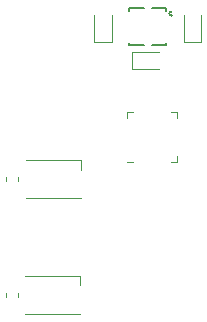
<source format=gbo>
G04 #@! TF.GenerationSoftware,KiCad,Pcbnew,5.1.2-f72e74a~84~ubuntu18.04.1*
G04 #@! TF.CreationDate,2019-06-03T11:10:06+01:00*
G04 #@! TF.ProjectId,HealthMonitor,4865616c-7468-44d6-9f6e-69746f722e6b,rev?*
G04 #@! TF.SameCoordinates,Original*
G04 #@! TF.FileFunction,Legend,Bot*
G04 #@! TF.FilePolarity,Positive*
%FSLAX46Y46*%
G04 Gerber Fmt 4.6, Leading zero omitted, Abs format (unit mm)*
G04 Created by KiCad (PCBNEW 5.1.2-f72e74a~84~ubuntu18.04.1) date 2019-06-03 11:10:06*
%MOMM*%
%LPD*%
G04 APERTURE LIST*
%ADD10C,0.120000*%
%ADD11C,0.127000*%
%ADD12C,0.200000*%
%ADD13C,0.752000*%
%ADD14O,1.052000X0.752000*%
%ADD15O,0.902000X1.502000*%
%ADD16R,1.102000X1.102000*%
%ADD17C,0.100000*%
%ADD18C,2.702000*%
%ADD19C,0.352000*%
%ADD20C,1.102000*%
%ADD21C,0.692000*%
%ADD22C,0.977000*%
%ADD23O,1.102000X1.102000*%
%ADD24R,0.732000X0.602000*%
%ADD25R,0.602000X0.732000*%
%ADD26R,1.602000X2.702000*%
G04 APERTURE END LIST*
D10*
X116510001Y-116423919D02*
X116985001Y-116423919D01*
X116985001Y-116423919D02*
X116985001Y-115948919D01*
X113240001Y-112203919D02*
X112765001Y-112203919D01*
X112765001Y-112203919D02*
X112765001Y-112678919D01*
X116510001Y-112203919D02*
X116985001Y-112203919D01*
X116985001Y-112203919D02*
X116985001Y-112678919D01*
X113240001Y-116423919D02*
X112765001Y-116423919D01*
X102470000Y-127552221D02*
X102470000Y-127877779D01*
X103490000Y-127552221D02*
X103490000Y-127877779D01*
X115426198Y-108559209D02*
X113141198Y-108559209D01*
X113141198Y-108559209D02*
X113141198Y-107089209D01*
X113141198Y-107089209D02*
X115426198Y-107089209D01*
X111461198Y-103999209D02*
X111461198Y-106284209D01*
X111461198Y-106284209D02*
X109991198Y-106284209D01*
X109991198Y-106284209D02*
X109991198Y-103999209D01*
X119036198Y-103961709D02*
X119036198Y-106246709D01*
X119036198Y-106246709D02*
X117566198Y-106246709D01*
X117566198Y-106246709D02*
X117566198Y-103961709D01*
D11*
X112951198Y-106524209D02*
X114151198Y-106524209D01*
X112951198Y-103424209D02*
X114151198Y-103424209D01*
X114851198Y-106524209D02*
X116051198Y-106524209D01*
X114851198Y-103424209D02*
X116051198Y-103424209D01*
X116051198Y-103424209D02*
X116051198Y-103624209D01*
X112951198Y-103424209D02*
X112951198Y-103624209D01*
X116051198Y-106324209D02*
X116051198Y-106524209D01*
X112951198Y-106324209D02*
X112951198Y-106524209D01*
D12*
X116681198Y-103874209D02*
G75*
G03X116681198Y-103874209I-180000J0D01*
G01*
D10*
X104150000Y-129275000D02*
X108800000Y-129275000D01*
X104150000Y-126075000D02*
X108800000Y-126075000D01*
X108800000Y-126075000D02*
X108800000Y-126875000D01*
X104170000Y-119500000D02*
X108820000Y-119500000D01*
X104170000Y-116300000D02*
X108820000Y-116300000D01*
X108820000Y-116300000D02*
X108820000Y-117100000D01*
X102510000Y-117737221D02*
X102510000Y-118062779D01*
X103530000Y-117737221D02*
X103530000Y-118062779D01*
%LPC*%
D13*
X168280000Y-108875000D03*
D14*
X161080000Y-108875000D03*
D15*
X169170000Y-101675000D03*
X160190000Y-101675000D03*
X160550000Y-107625000D03*
X168810000Y-107625000D03*
D16*
X109100000Y-110930000D03*
X101010000Y-113310000D03*
D17*
G36*
X115991659Y-112964170D02*
G01*
X116016879Y-112967911D01*
X116041611Y-112974106D01*
X116065617Y-112982696D01*
X116088666Y-112993597D01*
X116110535Y-113006705D01*
X116131013Y-113021893D01*
X116149905Y-113039015D01*
X116167027Y-113057907D01*
X116182215Y-113078385D01*
X116195323Y-113100254D01*
X116206224Y-113123303D01*
X116214814Y-113147309D01*
X116221009Y-113172041D01*
X116224750Y-113197261D01*
X116226001Y-113222727D01*
X116226001Y-115405111D01*
X116224750Y-115430577D01*
X116221009Y-115455797D01*
X116214814Y-115480529D01*
X116206224Y-115504535D01*
X116195323Y-115527584D01*
X116182215Y-115549453D01*
X116167027Y-115569931D01*
X116149905Y-115588823D01*
X116131013Y-115605945D01*
X116110535Y-115621133D01*
X116088666Y-115634241D01*
X116065617Y-115645142D01*
X116041611Y-115653732D01*
X116016879Y-115659927D01*
X115991659Y-115663668D01*
X115966193Y-115664919D01*
X113783809Y-115664919D01*
X113758343Y-115663668D01*
X113733123Y-115659927D01*
X113708391Y-115653732D01*
X113684385Y-115645142D01*
X113661336Y-115634241D01*
X113639467Y-115621133D01*
X113618989Y-115605945D01*
X113600097Y-115588823D01*
X113582975Y-115569931D01*
X113567787Y-115549453D01*
X113554679Y-115527584D01*
X113543778Y-115504535D01*
X113535188Y-115480529D01*
X113528993Y-115455797D01*
X113525252Y-115430577D01*
X113524001Y-115405111D01*
X113524001Y-113222727D01*
X113525252Y-113197261D01*
X113528993Y-113172041D01*
X113535188Y-113147309D01*
X113543778Y-113123303D01*
X113554679Y-113100254D01*
X113567787Y-113078385D01*
X113582975Y-113057907D01*
X113600097Y-113039015D01*
X113618989Y-113021893D01*
X113639467Y-113006705D01*
X113661336Y-112993597D01*
X113684385Y-112982696D01*
X113708391Y-112974106D01*
X113733123Y-112967911D01*
X113758343Y-112964170D01*
X113783809Y-112962919D01*
X115966193Y-112962919D01*
X115991659Y-112964170D01*
X115991659Y-112964170D01*
G37*
D18*
X114875001Y-114313919D03*
D17*
G36*
X113321627Y-115388343D02*
G01*
X113330169Y-115389610D01*
X113338546Y-115391708D01*
X113346677Y-115394618D01*
X113354484Y-115398310D01*
X113361891Y-115402750D01*
X113368828Y-115407894D01*
X113375226Y-115413694D01*
X113381026Y-115420092D01*
X113386170Y-115427029D01*
X113390610Y-115434436D01*
X113394302Y-115442243D01*
X113397212Y-115450374D01*
X113399310Y-115458751D01*
X113400577Y-115467293D01*
X113401001Y-115475919D01*
X113401001Y-115651919D01*
X113400577Y-115660545D01*
X113399310Y-115669087D01*
X113397212Y-115677464D01*
X113394302Y-115685595D01*
X113390610Y-115693402D01*
X113386170Y-115700809D01*
X113381026Y-115707746D01*
X113375226Y-115714144D01*
X113368828Y-115719944D01*
X113361891Y-115725088D01*
X113354484Y-115729528D01*
X113346677Y-115733220D01*
X113338546Y-115736130D01*
X113330169Y-115738228D01*
X113321627Y-115739495D01*
X113313001Y-115739919D01*
X112562001Y-115739919D01*
X112553375Y-115739495D01*
X112544833Y-115738228D01*
X112536456Y-115736130D01*
X112528325Y-115733220D01*
X112520518Y-115729528D01*
X112513111Y-115725088D01*
X112506174Y-115719944D01*
X112499776Y-115714144D01*
X112493976Y-115707746D01*
X112488832Y-115700809D01*
X112484392Y-115693402D01*
X112480700Y-115685595D01*
X112477790Y-115677464D01*
X112475692Y-115669087D01*
X112474425Y-115660545D01*
X112474001Y-115651919D01*
X112474001Y-115475919D01*
X112474425Y-115467293D01*
X112475692Y-115458751D01*
X112477790Y-115450374D01*
X112480700Y-115442243D01*
X112484392Y-115434436D01*
X112488832Y-115427029D01*
X112493976Y-115420092D01*
X112499776Y-115413694D01*
X112506174Y-115407894D01*
X112513111Y-115402750D01*
X112520518Y-115398310D01*
X112528325Y-115394618D01*
X112536456Y-115391708D01*
X112544833Y-115389610D01*
X112553375Y-115388343D01*
X112562001Y-115387919D01*
X113313001Y-115387919D01*
X113321627Y-115388343D01*
X113321627Y-115388343D01*
G37*
D19*
X112937501Y-115563919D03*
D17*
G36*
X113321627Y-114888343D02*
G01*
X113330169Y-114889610D01*
X113338546Y-114891708D01*
X113346677Y-114894618D01*
X113354484Y-114898310D01*
X113361891Y-114902750D01*
X113368828Y-114907894D01*
X113375226Y-114913694D01*
X113381026Y-114920092D01*
X113386170Y-114927029D01*
X113390610Y-114934436D01*
X113394302Y-114942243D01*
X113397212Y-114950374D01*
X113399310Y-114958751D01*
X113400577Y-114967293D01*
X113401001Y-114975919D01*
X113401001Y-115151919D01*
X113400577Y-115160545D01*
X113399310Y-115169087D01*
X113397212Y-115177464D01*
X113394302Y-115185595D01*
X113390610Y-115193402D01*
X113386170Y-115200809D01*
X113381026Y-115207746D01*
X113375226Y-115214144D01*
X113368828Y-115219944D01*
X113361891Y-115225088D01*
X113354484Y-115229528D01*
X113346677Y-115233220D01*
X113338546Y-115236130D01*
X113330169Y-115238228D01*
X113321627Y-115239495D01*
X113313001Y-115239919D01*
X112562001Y-115239919D01*
X112553375Y-115239495D01*
X112544833Y-115238228D01*
X112536456Y-115236130D01*
X112528325Y-115233220D01*
X112520518Y-115229528D01*
X112513111Y-115225088D01*
X112506174Y-115219944D01*
X112499776Y-115214144D01*
X112493976Y-115207746D01*
X112488832Y-115200809D01*
X112484392Y-115193402D01*
X112480700Y-115185595D01*
X112477790Y-115177464D01*
X112475692Y-115169087D01*
X112474425Y-115160545D01*
X112474001Y-115151919D01*
X112474001Y-114975919D01*
X112474425Y-114967293D01*
X112475692Y-114958751D01*
X112477790Y-114950374D01*
X112480700Y-114942243D01*
X112484392Y-114934436D01*
X112488832Y-114927029D01*
X112493976Y-114920092D01*
X112499776Y-114913694D01*
X112506174Y-114907894D01*
X112513111Y-114902750D01*
X112520518Y-114898310D01*
X112528325Y-114894618D01*
X112536456Y-114891708D01*
X112544833Y-114889610D01*
X112553375Y-114888343D01*
X112562001Y-114887919D01*
X113313001Y-114887919D01*
X113321627Y-114888343D01*
X113321627Y-114888343D01*
G37*
D19*
X112937501Y-115063919D03*
D17*
G36*
X113321627Y-114388343D02*
G01*
X113330169Y-114389610D01*
X113338546Y-114391708D01*
X113346677Y-114394618D01*
X113354484Y-114398310D01*
X113361891Y-114402750D01*
X113368828Y-114407894D01*
X113375226Y-114413694D01*
X113381026Y-114420092D01*
X113386170Y-114427029D01*
X113390610Y-114434436D01*
X113394302Y-114442243D01*
X113397212Y-114450374D01*
X113399310Y-114458751D01*
X113400577Y-114467293D01*
X113401001Y-114475919D01*
X113401001Y-114651919D01*
X113400577Y-114660545D01*
X113399310Y-114669087D01*
X113397212Y-114677464D01*
X113394302Y-114685595D01*
X113390610Y-114693402D01*
X113386170Y-114700809D01*
X113381026Y-114707746D01*
X113375226Y-114714144D01*
X113368828Y-114719944D01*
X113361891Y-114725088D01*
X113354484Y-114729528D01*
X113346677Y-114733220D01*
X113338546Y-114736130D01*
X113330169Y-114738228D01*
X113321627Y-114739495D01*
X113313001Y-114739919D01*
X112562001Y-114739919D01*
X112553375Y-114739495D01*
X112544833Y-114738228D01*
X112536456Y-114736130D01*
X112528325Y-114733220D01*
X112520518Y-114729528D01*
X112513111Y-114725088D01*
X112506174Y-114719944D01*
X112499776Y-114714144D01*
X112493976Y-114707746D01*
X112488832Y-114700809D01*
X112484392Y-114693402D01*
X112480700Y-114685595D01*
X112477790Y-114677464D01*
X112475692Y-114669087D01*
X112474425Y-114660545D01*
X112474001Y-114651919D01*
X112474001Y-114475919D01*
X112474425Y-114467293D01*
X112475692Y-114458751D01*
X112477790Y-114450374D01*
X112480700Y-114442243D01*
X112484392Y-114434436D01*
X112488832Y-114427029D01*
X112493976Y-114420092D01*
X112499776Y-114413694D01*
X112506174Y-114407894D01*
X112513111Y-114402750D01*
X112520518Y-114398310D01*
X112528325Y-114394618D01*
X112536456Y-114391708D01*
X112544833Y-114389610D01*
X112553375Y-114388343D01*
X112562001Y-114387919D01*
X113313001Y-114387919D01*
X113321627Y-114388343D01*
X113321627Y-114388343D01*
G37*
D19*
X112937501Y-114563919D03*
D17*
G36*
X113321627Y-113888343D02*
G01*
X113330169Y-113889610D01*
X113338546Y-113891708D01*
X113346677Y-113894618D01*
X113354484Y-113898310D01*
X113361891Y-113902750D01*
X113368828Y-113907894D01*
X113375226Y-113913694D01*
X113381026Y-113920092D01*
X113386170Y-113927029D01*
X113390610Y-113934436D01*
X113394302Y-113942243D01*
X113397212Y-113950374D01*
X113399310Y-113958751D01*
X113400577Y-113967293D01*
X113401001Y-113975919D01*
X113401001Y-114151919D01*
X113400577Y-114160545D01*
X113399310Y-114169087D01*
X113397212Y-114177464D01*
X113394302Y-114185595D01*
X113390610Y-114193402D01*
X113386170Y-114200809D01*
X113381026Y-114207746D01*
X113375226Y-114214144D01*
X113368828Y-114219944D01*
X113361891Y-114225088D01*
X113354484Y-114229528D01*
X113346677Y-114233220D01*
X113338546Y-114236130D01*
X113330169Y-114238228D01*
X113321627Y-114239495D01*
X113313001Y-114239919D01*
X112562001Y-114239919D01*
X112553375Y-114239495D01*
X112544833Y-114238228D01*
X112536456Y-114236130D01*
X112528325Y-114233220D01*
X112520518Y-114229528D01*
X112513111Y-114225088D01*
X112506174Y-114219944D01*
X112499776Y-114214144D01*
X112493976Y-114207746D01*
X112488832Y-114200809D01*
X112484392Y-114193402D01*
X112480700Y-114185595D01*
X112477790Y-114177464D01*
X112475692Y-114169087D01*
X112474425Y-114160545D01*
X112474001Y-114151919D01*
X112474001Y-113975919D01*
X112474425Y-113967293D01*
X112475692Y-113958751D01*
X112477790Y-113950374D01*
X112480700Y-113942243D01*
X112484392Y-113934436D01*
X112488832Y-113927029D01*
X112493976Y-113920092D01*
X112499776Y-113913694D01*
X112506174Y-113907894D01*
X112513111Y-113902750D01*
X112520518Y-113898310D01*
X112528325Y-113894618D01*
X112536456Y-113891708D01*
X112544833Y-113889610D01*
X112553375Y-113888343D01*
X112562001Y-113887919D01*
X113313001Y-113887919D01*
X113321627Y-113888343D01*
X113321627Y-113888343D01*
G37*
D19*
X112937501Y-114063919D03*
D17*
G36*
X113321627Y-113388343D02*
G01*
X113330169Y-113389610D01*
X113338546Y-113391708D01*
X113346677Y-113394618D01*
X113354484Y-113398310D01*
X113361891Y-113402750D01*
X113368828Y-113407894D01*
X113375226Y-113413694D01*
X113381026Y-113420092D01*
X113386170Y-113427029D01*
X113390610Y-113434436D01*
X113394302Y-113442243D01*
X113397212Y-113450374D01*
X113399310Y-113458751D01*
X113400577Y-113467293D01*
X113401001Y-113475919D01*
X113401001Y-113651919D01*
X113400577Y-113660545D01*
X113399310Y-113669087D01*
X113397212Y-113677464D01*
X113394302Y-113685595D01*
X113390610Y-113693402D01*
X113386170Y-113700809D01*
X113381026Y-113707746D01*
X113375226Y-113714144D01*
X113368828Y-113719944D01*
X113361891Y-113725088D01*
X113354484Y-113729528D01*
X113346677Y-113733220D01*
X113338546Y-113736130D01*
X113330169Y-113738228D01*
X113321627Y-113739495D01*
X113313001Y-113739919D01*
X112562001Y-113739919D01*
X112553375Y-113739495D01*
X112544833Y-113738228D01*
X112536456Y-113736130D01*
X112528325Y-113733220D01*
X112520518Y-113729528D01*
X112513111Y-113725088D01*
X112506174Y-113719944D01*
X112499776Y-113714144D01*
X112493976Y-113707746D01*
X112488832Y-113700809D01*
X112484392Y-113693402D01*
X112480700Y-113685595D01*
X112477790Y-113677464D01*
X112475692Y-113669087D01*
X112474425Y-113660545D01*
X112474001Y-113651919D01*
X112474001Y-113475919D01*
X112474425Y-113467293D01*
X112475692Y-113458751D01*
X112477790Y-113450374D01*
X112480700Y-113442243D01*
X112484392Y-113434436D01*
X112488832Y-113427029D01*
X112493976Y-113420092D01*
X112499776Y-113413694D01*
X112506174Y-113407894D01*
X112513111Y-113402750D01*
X112520518Y-113398310D01*
X112528325Y-113394618D01*
X112536456Y-113391708D01*
X112544833Y-113389610D01*
X112553375Y-113388343D01*
X112562001Y-113387919D01*
X113313001Y-113387919D01*
X113321627Y-113388343D01*
X113321627Y-113388343D01*
G37*
D19*
X112937501Y-113563919D03*
D17*
G36*
X113321627Y-112888343D02*
G01*
X113330169Y-112889610D01*
X113338546Y-112891708D01*
X113346677Y-112894618D01*
X113354484Y-112898310D01*
X113361891Y-112902750D01*
X113368828Y-112907894D01*
X113375226Y-112913694D01*
X113381026Y-112920092D01*
X113386170Y-112927029D01*
X113390610Y-112934436D01*
X113394302Y-112942243D01*
X113397212Y-112950374D01*
X113399310Y-112958751D01*
X113400577Y-112967293D01*
X113401001Y-112975919D01*
X113401001Y-113151919D01*
X113400577Y-113160545D01*
X113399310Y-113169087D01*
X113397212Y-113177464D01*
X113394302Y-113185595D01*
X113390610Y-113193402D01*
X113386170Y-113200809D01*
X113381026Y-113207746D01*
X113375226Y-113214144D01*
X113368828Y-113219944D01*
X113361891Y-113225088D01*
X113354484Y-113229528D01*
X113346677Y-113233220D01*
X113338546Y-113236130D01*
X113330169Y-113238228D01*
X113321627Y-113239495D01*
X113313001Y-113239919D01*
X112562001Y-113239919D01*
X112553375Y-113239495D01*
X112544833Y-113238228D01*
X112536456Y-113236130D01*
X112528325Y-113233220D01*
X112520518Y-113229528D01*
X112513111Y-113225088D01*
X112506174Y-113219944D01*
X112499776Y-113214144D01*
X112493976Y-113207746D01*
X112488832Y-113200809D01*
X112484392Y-113193402D01*
X112480700Y-113185595D01*
X112477790Y-113177464D01*
X112475692Y-113169087D01*
X112474425Y-113160545D01*
X112474001Y-113151919D01*
X112474001Y-112975919D01*
X112474425Y-112967293D01*
X112475692Y-112958751D01*
X112477790Y-112950374D01*
X112480700Y-112942243D01*
X112484392Y-112934436D01*
X112488832Y-112927029D01*
X112493976Y-112920092D01*
X112499776Y-112913694D01*
X112506174Y-112907894D01*
X112513111Y-112902750D01*
X112520518Y-112898310D01*
X112528325Y-112894618D01*
X112536456Y-112891708D01*
X112544833Y-112889610D01*
X112553375Y-112888343D01*
X112562001Y-112887919D01*
X113313001Y-112887919D01*
X113321627Y-112888343D01*
X113321627Y-112888343D01*
G37*
D19*
X112937501Y-113063919D03*
D17*
G36*
X113721627Y-111913343D02*
G01*
X113730169Y-111914610D01*
X113738546Y-111916708D01*
X113746677Y-111919618D01*
X113754484Y-111923310D01*
X113761891Y-111927750D01*
X113768828Y-111932894D01*
X113775226Y-111938694D01*
X113781026Y-111945092D01*
X113786170Y-111952029D01*
X113790610Y-111959436D01*
X113794302Y-111967243D01*
X113797212Y-111975374D01*
X113799310Y-111983751D01*
X113800577Y-111992293D01*
X113801001Y-112000919D01*
X113801001Y-112751919D01*
X113800577Y-112760545D01*
X113799310Y-112769087D01*
X113797212Y-112777464D01*
X113794302Y-112785595D01*
X113790610Y-112793402D01*
X113786170Y-112800809D01*
X113781026Y-112807746D01*
X113775226Y-112814144D01*
X113768828Y-112819944D01*
X113761891Y-112825088D01*
X113754484Y-112829528D01*
X113746677Y-112833220D01*
X113738546Y-112836130D01*
X113730169Y-112838228D01*
X113721627Y-112839495D01*
X113713001Y-112839919D01*
X113537001Y-112839919D01*
X113528375Y-112839495D01*
X113519833Y-112838228D01*
X113511456Y-112836130D01*
X113503325Y-112833220D01*
X113495518Y-112829528D01*
X113488111Y-112825088D01*
X113481174Y-112819944D01*
X113474776Y-112814144D01*
X113468976Y-112807746D01*
X113463832Y-112800809D01*
X113459392Y-112793402D01*
X113455700Y-112785595D01*
X113452790Y-112777464D01*
X113450692Y-112769087D01*
X113449425Y-112760545D01*
X113449001Y-112751919D01*
X113449001Y-112000919D01*
X113449425Y-111992293D01*
X113450692Y-111983751D01*
X113452790Y-111975374D01*
X113455700Y-111967243D01*
X113459392Y-111959436D01*
X113463832Y-111952029D01*
X113468976Y-111945092D01*
X113474776Y-111938694D01*
X113481174Y-111932894D01*
X113488111Y-111927750D01*
X113495518Y-111923310D01*
X113503325Y-111919618D01*
X113511456Y-111916708D01*
X113519833Y-111914610D01*
X113528375Y-111913343D01*
X113537001Y-111912919D01*
X113713001Y-111912919D01*
X113721627Y-111913343D01*
X113721627Y-111913343D01*
G37*
D19*
X113625001Y-112376419D03*
D17*
G36*
X114221627Y-111913343D02*
G01*
X114230169Y-111914610D01*
X114238546Y-111916708D01*
X114246677Y-111919618D01*
X114254484Y-111923310D01*
X114261891Y-111927750D01*
X114268828Y-111932894D01*
X114275226Y-111938694D01*
X114281026Y-111945092D01*
X114286170Y-111952029D01*
X114290610Y-111959436D01*
X114294302Y-111967243D01*
X114297212Y-111975374D01*
X114299310Y-111983751D01*
X114300577Y-111992293D01*
X114301001Y-112000919D01*
X114301001Y-112751919D01*
X114300577Y-112760545D01*
X114299310Y-112769087D01*
X114297212Y-112777464D01*
X114294302Y-112785595D01*
X114290610Y-112793402D01*
X114286170Y-112800809D01*
X114281026Y-112807746D01*
X114275226Y-112814144D01*
X114268828Y-112819944D01*
X114261891Y-112825088D01*
X114254484Y-112829528D01*
X114246677Y-112833220D01*
X114238546Y-112836130D01*
X114230169Y-112838228D01*
X114221627Y-112839495D01*
X114213001Y-112839919D01*
X114037001Y-112839919D01*
X114028375Y-112839495D01*
X114019833Y-112838228D01*
X114011456Y-112836130D01*
X114003325Y-112833220D01*
X113995518Y-112829528D01*
X113988111Y-112825088D01*
X113981174Y-112819944D01*
X113974776Y-112814144D01*
X113968976Y-112807746D01*
X113963832Y-112800809D01*
X113959392Y-112793402D01*
X113955700Y-112785595D01*
X113952790Y-112777464D01*
X113950692Y-112769087D01*
X113949425Y-112760545D01*
X113949001Y-112751919D01*
X113949001Y-112000919D01*
X113949425Y-111992293D01*
X113950692Y-111983751D01*
X113952790Y-111975374D01*
X113955700Y-111967243D01*
X113959392Y-111959436D01*
X113963832Y-111952029D01*
X113968976Y-111945092D01*
X113974776Y-111938694D01*
X113981174Y-111932894D01*
X113988111Y-111927750D01*
X113995518Y-111923310D01*
X114003325Y-111919618D01*
X114011456Y-111916708D01*
X114019833Y-111914610D01*
X114028375Y-111913343D01*
X114037001Y-111912919D01*
X114213001Y-111912919D01*
X114221627Y-111913343D01*
X114221627Y-111913343D01*
G37*
D19*
X114125001Y-112376419D03*
D17*
G36*
X114721627Y-111913343D02*
G01*
X114730169Y-111914610D01*
X114738546Y-111916708D01*
X114746677Y-111919618D01*
X114754484Y-111923310D01*
X114761891Y-111927750D01*
X114768828Y-111932894D01*
X114775226Y-111938694D01*
X114781026Y-111945092D01*
X114786170Y-111952029D01*
X114790610Y-111959436D01*
X114794302Y-111967243D01*
X114797212Y-111975374D01*
X114799310Y-111983751D01*
X114800577Y-111992293D01*
X114801001Y-112000919D01*
X114801001Y-112751919D01*
X114800577Y-112760545D01*
X114799310Y-112769087D01*
X114797212Y-112777464D01*
X114794302Y-112785595D01*
X114790610Y-112793402D01*
X114786170Y-112800809D01*
X114781026Y-112807746D01*
X114775226Y-112814144D01*
X114768828Y-112819944D01*
X114761891Y-112825088D01*
X114754484Y-112829528D01*
X114746677Y-112833220D01*
X114738546Y-112836130D01*
X114730169Y-112838228D01*
X114721627Y-112839495D01*
X114713001Y-112839919D01*
X114537001Y-112839919D01*
X114528375Y-112839495D01*
X114519833Y-112838228D01*
X114511456Y-112836130D01*
X114503325Y-112833220D01*
X114495518Y-112829528D01*
X114488111Y-112825088D01*
X114481174Y-112819944D01*
X114474776Y-112814144D01*
X114468976Y-112807746D01*
X114463832Y-112800809D01*
X114459392Y-112793402D01*
X114455700Y-112785595D01*
X114452790Y-112777464D01*
X114450692Y-112769087D01*
X114449425Y-112760545D01*
X114449001Y-112751919D01*
X114449001Y-112000919D01*
X114449425Y-111992293D01*
X114450692Y-111983751D01*
X114452790Y-111975374D01*
X114455700Y-111967243D01*
X114459392Y-111959436D01*
X114463832Y-111952029D01*
X114468976Y-111945092D01*
X114474776Y-111938694D01*
X114481174Y-111932894D01*
X114488111Y-111927750D01*
X114495518Y-111923310D01*
X114503325Y-111919618D01*
X114511456Y-111916708D01*
X114519833Y-111914610D01*
X114528375Y-111913343D01*
X114537001Y-111912919D01*
X114713001Y-111912919D01*
X114721627Y-111913343D01*
X114721627Y-111913343D01*
G37*
D19*
X114625001Y-112376419D03*
D17*
G36*
X115221627Y-111913343D02*
G01*
X115230169Y-111914610D01*
X115238546Y-111916708D01*
X115246677Y-111919618D01*
X115254484Y-111923310D01*
X115261891Y-111927750D01*
X115268828Y-111932894D01*
X115275226Y-111938694D01*
X115281026Y-111945092D01*
X115286170Y-111952029D01*
X115290610Y-111959436D01*
X115294302Y-111967243D01*
X115297212Y-111975374D01*
X115299310Y-111983751D01*
X115300577Y-111992293D01*
X115301001Y-112000919D01*
X115301001Y-112751919D01*
X115300577Y-112760545D01*
X115299310Y-112769087D01*
X115297212Y-112777464D01*
X115294302Y-112785595D01*
X115290610Y-112793402D01*
X115286170Y-112800809D01*
X115281026Y-112807746D01*
X115275226Y-112814144D01*
X115268828Y-112819944D01*
X115261891Y-112825088D01*
X115254484Y-112829528D01*
X115246677Y-112833220D01*
X115238546Y-112836130D01*
X115230169Y-112838228D01*
X115221627Y-112839495D01*
X115213001Y-112839919D01*
X115037001Y-112839919D01*
X115028375Y-112839495D01*
X115019833Y-112838228D01*
X115011456Y-112836130D01*
X115003325Y-112833220D01*
X114995518Y-112829528D01*
X114988111Y-112825088D01*
X114981174Y-112819944D01*
X114974776Y-112814144D01*
X114968976Y-112807746D01*
X114963832Y-112800809D01*
X114959392Y-112793402D01*
X114955700Y-112785595D01*
X114952790Y-112777464D01*
X114950692Y-112769087D01*
X114949425Y-112760545D01*
X114949001Y-112751919D01*
X114949001Y-112000919D01*
X114949425Y-111992293D01*
X114950692Y-111983751D01*
X114952790Y-111975374D01*
X114955700Y-111967243D01*
X114959392Y-111959436D01*
X114963832Y-111952029D01*
X114968976Y-111945092D01*
X114974776Y-111938694D01*
X114981174Y-111932894D01*
X114988111Y-111927750D01*
X114995518Y-111923310D01*
X115003325Y-111919618D01*
X115011456Y-111916708D01*
X115019833Y-111914610D01*
X115028375Y-111913343D01*
X115037001Y-111912919D01*
X115213001Y-111912919D01*
X115221627Y-111913343D01*
X115221627Y-111913343D01*
G37*
D19*
X115125001Y-112376419D03*
D17*
G36*
X115721627Y-111913343D02*
G01*
X115730169Y-111914610D01*
X115738546Y-111916708D01*
X115746677Y-111919618D01*
X115754484Y-111923310D01*
X115761891Y-111927750D01*
X115768828Y-111932894D01*
X115775226Y-111938694D01*
X115781026Y-111945092D01*
X115786170Y-111952029D01*
X115790610Y-111959436D01*
X115794302Y-111967243D01*
X115797212Y-111975374D01*
X115799310Y-111983751D01*
X115800577Y-111992293D01*
X115801001Y-112000919D01*
X115801001Y-112751919D01*
X115800577Y-112760545D01*
X115799310Y-112769087D01*
X115797212Y-112777464D01*
X115794302Y-112785595D01*
X115790610Y-112793402D01*
X115786170Y-112800809D01*
X115781026Y-112807746D01*
X115775226Y-112814144D01*
X115768828Y-112819944D01*
X115761891Y-112825088D01*
X115754484Y-112829528D01*
X115746677Y-112833220D01*
X115738546Y-112836130D01*
X115730169Y-112838228D01*
X115721627Y-112839495D01*
X115713001Y-112839919D01*
X115537001Y-112839919D01*
X115528375Y-112839495D01*
X115519833Y-112838228D01*
X115511456Y-112836130D01*
X115503325Y-112833220D01*
X115495518Y-112829528D01*
X115488111Y-112825088D01*
X115481174Y-112819944D01*
X115474776Y-112814144D01*
X115468976Y-112807746D01*
X115463832Y-112800809D01*
X115459392Y-112793402D01*
X115455700Y-112785595D01*
X115452790Y-112777464D01*
X115450692Y-112769087D01*
X115449425Y-112760545D01*
X115449001Y-112751919D01*
X115449001Y-112000919D01*
X115449425Y-111992293D01*
X115450692Y-111983751D01*
X115452790Y-111975374D01*
X115455700Y-111967243D01*
X115459392Y-111959436D01*
X115463832Y-111952029D01*
X115468976Y-111945092D01*
X115474776Y-111938694D01*
X115481174Y-111932894D01*
X115488111Y-111927750D01*
X115495518Y-111923310D01*
X115503325Y-111919618D01*
X115511456Y-111916708D01*
X115519833Y-111914610D01*
X115528375Y-111913343D01*
X115537001Y-111912919D01*
X115713001Y-111912919D01*
X115721627Y-111913343D01*
X115721627Y-111913343D01*
G37*
D19*
X115625001Y-112376419D03*
D17*
G36*
X116221627Y-111913343D02*
G01*
X116230169Y-111914610D01*
X116238546Y-111916708D01*
X116246677Y-111919618D01*
X116254484Y-111923310D01*
X116261891Y-111927750D01*
X116268828Y-111932894D01*
X116275226Y-111938694D01*
X116281026Y-111945092D01*
X116286170Y-111952029D01*
X116290610Y-111959436D01*
X116294302Y-111967243D01*
X116297212Y-111975374D01*
X116299310Y-111983751D01*
X116300577Y-111992293D01*
X116301001Y-112000919D01*
X116301001Y-112751919D01*
X116300577Y-112760545D01*
X116299310Y-112769087D01*
X116297212Y-112777464D01*
X116294302Y-112785595D01*
X116290610Y-112793402D01*
X116286170Y-112800809D01*
X116281026Y-112807746D01*
X116275226Y-112814144D01*
X116268828Y-112819944D01*
X116261891Y-112825088D01*
X116254484Y-112829528D01*
X116246677Y-112833220D01*
X116238546Y-112836130D01*
X116230169Y-112838228D01*
X116221627Y-112839495D01*
X116213001Y-112839919D01*
X116037001Y-112839919D01*
X116028375Y-112839495D01*
X116019833Y-112838228D01*
X116011456Y-112836130D01*
X116003325Y-112833220D01*
X115995518Y-112829528D01*
X115988111Y-112825088D01*
X115981174Y-112819944D01*
X115974776Y-112814144D01*
X115968976Y-112807746D01*
X115963832Y-112800809D01*
X115959392Y-112793402D01*
X115955700Y-112785595D01*
X115952790Y-112777464D01*
X115950692Y-112769087D01*
X115949425Y-112760545D01*
X115949001Y-112751919D01*
X115949001Y-112000919D01*
X115949425Y-111992293D01*
X115950692Y-111983751D01*
X115952790Y-111975374D01*
X115955700Y-111967243D01*
X115959392Y-111959436D01*
X115963832Y-111952029D01*
X115968976Y-111945092D01*
X115974776Y-111938694D01*
X115981174Y-111932894D01*
X115988111Y-111927750D01*
X115995518Y-111923310D01*
X116003325Y-111919618D01*
X116011456Y-111916708D01*
X116019833Y-111914610D01*
X116028375Y-111913343D01*
X116037001Y-111912919D01*
X116213001Y-111912919D01*
X116221627Y-111913343D01*
X116221627Y-111913343D01*
G37*
D19*
X116125001Y-112376419D03*
D17*
G36*
X117196627Y-112888343D02*
G01*
X117205169Y-112889610D01*
X117213546Y-112891708D01*
X117221677Y-112894618D01*
X117229484Y-112898310D01*
X117236891Y-112902750D01*
X117243828Y-112907894D01*
X117250226Y-112913694D01*
X117256026Y-112920092D01*
X117261170Y-112927029D01*
X117265610Y-112934436D01*
X117269302Y-112942243D01*
X117272212Y-112950374D01*
X117274310Y-112958751D01*
X117275577Y-112967293D01*
X117276001Y-112975919D01*
X117276001Y-113151919D01*
X117275577Y-113160545D01*
X117274310Y-113169087D01*
X117272212Y-113177464D01*
X117269302Y-113185595D01*
X117265610Y-113193402D01*
X117261170Y-113200809D01*
X117256026Y-113207746D01*
X117250226Y-113214144D01*
X117243828Y-113219944D01*
X117236891Y-113225088D01*
X117229484Y-113229528D01*
X117221677Y-113233220D01*
X117213546Y-113236130D01*
X117205169Y-113238228D01*
X117196627Y-113239495D01*
X117188001Y-113239919D01*
X116437001Y-113239919D01*
X116428375Y-113239495D01*
X116419833Y-113238228D01*
X116411456Y-113236130D01*
X116403325Y-113233220D01*
X116395518Y-113229528D01*
X116388111Y-113225088D01*
X116381174Y-113219944D01*
X116374776Y-113214144D01*
X116368976Y-113207746D01*
X116363832Y-113200809D01*
X116359392Y-113193402D01*
X116355700Y-113185595D01*
X116352790Y-113177464D01*
X116350692Y-113169087D01*
X116349425Y-113160545D01*
X116349001Y-113151919D01*
X116349001Y-112975919D01*
X116349425Y-112967293D01*
X116350692Y-112958751D01*
X116352790Y-112950374D01*
X116355700Y-112942243D01*
X116359392Y-112934436D01*
X116363832Y-112927029D01*
X116368976Y-112920092D01*
X116374776Y-112913694D01*
X116381174Y-112907894D01*
X116388111Y-112902750D01*
X116395518Y-112898310D01*
X116403325Y-112894618D01*
X116411456Y-112891708D01*
X116419833Y-112889610D01*
X116428375Y-112888343D01*
X116437001Y-112887919D01*
X117188001Y-112887919D01*
X117196627Y-112888343D01*
X117196627Y-112888343D01*
G37*
D19*
X116812501Y-113063919D03*
D17*
G36*
X117196627Y-113388343D02*
G01*
X117205169Y-113389610D01*
X117213546Y-113391708D01*
X117221677Y-113394618D01*
X117229484Y-113398310D01*
X117236891Y-113402750D01*
X117243828Y-113407894D01*
X117250226Y-113413694D01*
X117256026Y-113420092D01*
X117261170Y-113427029D01*
X117265610Y-113434436D01*
X117269302Y-113442243D01*
X117272212Y-113450374D01*
X117274310Y-113458751D01*
X117275577Y-113467293D01*
X117276001Y-113475919D01*
X117276001Y-113651919D01*
X117275577Y-113660545D01*
X117274310Y-113669087D01*
X117272212Y-113677464D01*
X117269302Y-113685595D01*
X117265610Y-113693402D01*
X117261170Y-113700809D01*
X117256026Y-113707746D01*
X117250226Y-113714144D01*
X117243828Y-113719944D01*
X117236891Y-113725088D01*
X117229484Y-113729528D01*
X117221677Y-113733220D01*
X117213546Y-113736130D01*
X117205169Y-113738228D01*
X117196627Y-113739495D01*
X117188001Y-113739919D01*
X116437001Y-113739919D01*
X116428375Y-113739495D01*
X116419833Y-113738228D01*
X116411456Y-113736130D01*
X116403325Y-113733220D01*
X116395518Y-113729528D01*
X116388111Y-113725088D01*
X116381174Y-113719944D01*
X116374776Y-113714144D01*
X116368976Y-113707746D01*
X116363832Y-113700809D01*
X116359392Y-113693402D01*
X116355700Y-113685595D01*
X116352790Y-113677464D01*
X116350692Y-113669087D01*
X116349425Y-113660545D01*
X116349001Y-113651919D01*
X116349001Y-113475919D01*
X116349425Y-113467293D01*
X116350692Y-113458751D01*
X116352790Y-113450374D01*
X116355700Y-113442243D01*
X116359392Y-113434436D01*
X116363832Y-113427029D01*
X116368976Y-113420092D01*
X116374776Y-113413694D01*
X116381174Y-113407894D01*
X116388111Y-113402750D01*
X116395518Y-113398310D01*
X116403325Y-113394618D01*
X116411456Y-113391708D01*
X116419833Y-113389610D01*
X116428375Y-113388343D01*
X116437001Y-113387919D01*
X117188001Y-113387919D01*
X117196627Y-113388343D01*
X117196627Y-113388343D01*
G37*
D19*
X116812501Y-113563919D03*
D17*
G36*
X117196627Y-113888343D02*
G01*
X117205169Y-113889610D01*
X117213546Y-113891708D01*
X117221677Y-113894618D01*
X117229484Y-113898310D01*
X117236891Y-113902750D01*
X117243828Y-113907894D01*
X117250226Y-113913694D01*
X117256026Y-113920092D01*
X117261170Y-113927029D01*
X117265610Y-113934436D01*
X117269302Y-113942243D01*
X117272212Y-113950374D01*
X117274310Y-113958751D01*
X117275577Y-113967293D01*
X117276001Y-113975919D01*
X117276001Y-114151919D01*
X117275577Y-114160545D01*
X117274310Y-114169087D01*
X117272212Y-114177464D01*
X117269302Y-114185595D01*
X117265610Y-114193402D01*
X117261170Y-114200809D01*
X117256026Y-114207746D01*
X117250226Y-114214144D01*
X117243828Y-114219944D01*
X117236891Y-114225088D01*
X117229484Y-114229528D01*
X117221677Y-114233220D01*
X117213546Y-114236130D01*
X117205169Y-114238228D01*
X117196627Y-114239495D01*
X117188001Y-114239919D01*
X116437001Y-114239919D01*
X116428375Y-114239495D01*
X116419833Y-114238228D01*
X116411456Y-114236130D01*
X116403325Y-114233220D01*
X116395518Y-114229528D01*
X116388111Y-114225088D01*
X116381174Y-114219944D01*
X116374776Y-114214144D01*
X116368976Y-114207746D01*
X116363832Y-114200809D01*
X116359392Y-114193402D01*
X116355700Y-114185595D01*
X116352790Y-114177464D01*
X116350692Y-114169087D01*
X116349425Y-114160545D01*
X116349001Y-114151919D01*
X116349001Y-113975919D01*
X116349425Y-113967293D01*
X116350692Y-113958751D01*
X116352790Y-113950374D01*
X116355700Y-113942243D01*
X116359392Y-113934436D01*
X116363832Y-113927029D01*
X116368976Y-113920092D01*
X116374776Y-113913694D01*
X116381174Y-113907894D01*
X116388111Y-113902750D01*
X116395518Y-113898310D01*
X116403325Y-113894618D01*
X116411456Y-113891708D01*
X116419833Y-113889610D01*
X116428375Y-113888343D01*
X116437001Y-113887919D01*
X117188001Y-113887919D01*
X117196627Y-113888343D01*
X117196627Y-113888343D01*
G37*
D19*
X116812501Y-114063919D03*
D17*
G36*
X117196627Y-114388343D02*
G01*
X117205169Y-114389610D01*
X117213546Y-114391708D01*
X117221677Y-114394618D01*
X117229484Y-114398310D01*
X117236891Y-114402750D01*
X117243828Y-114407894D01*
X117250226Y-114413694D01*
X117256026Y-114420092D01*
X117261170Y-114427029D01*
X117265610Y-114434436D01*
X117269302Y-114442243D01*
X117272212Y-114450374D01*
X117274310Y-114458751D01*
X117275577Y-114467293D01*
X117276001Y-114475919D01*
X117276001Y-114651919D01*
X117275577Y-114660545D01*
X117274310Y-114669087D01*
X117272212Y-114677464D01*
X117269302Y-114685595D01*
X117265610Y-114693402D01*
X117261170Y-114700809D01*
X117256026Y-114707746D01*
X117250226Y-114714144D01*
X117243828Y-114719944D01*
X117236891Y-114725088D01*
X117229484Y-114729528D01*
X117221677Y-114733220D01*
X117213546Y-114736130D01*
X117205169Y-114738228D01*
X117196627Y-114739495D01*
X117188001Y-114739919D01*
X116437001Y-114739919D01*
X116428375Y-114739495D01*
X116419833Y-114738228D01*
X116411456Y-114736130D01*
X116403325Y-114733220D01*
X116395518Y-114729528D01*
X116388111Y-114725088D01*
X116381174Y-114719944D01*
X116374776Y-114714144D01*
X116368976Y-114707746D01*
X116363832Y-114700809D01*
X116359392Y-114693402D01*
X116355700Y-114685595D01*
X116352790Y-114677464D01*
X116350692Y-114669087D01*
X116349425Y-114660545D01*
X116349001Y-114651919D01*
X116349001Y-114475919D01*
X116349425Y-114467293D01*
X116350692Y-114458751D01*
X116352790Y-114450374D01*
X116355700Y-114442243D01*
X116359392Y-114434436D01*
X116363832Y-114427029D01*
X116368976Y-114420092D01*
X116374776Y-114413694D01*
X116381174Y-114407894D01*
X116388111Y-114402750D01*
X116395518Y-114398310D01*
X116403325Y-114394618D01*
X116411456Y-114391708D01*
X116419833Y-114389610D01*
X116428375Y-114388343D01*
X116437001Y-114387919D01*
X117188001Y-114387919D01*
X117196627Y-114388343D01*
X117196627Y-114388343D01*
G37*
D19*
X116812501Y-114563919D03*
D17*
G36*
X117196627Y-114888343D02*
G01*
X117205169Y-114889610D01*
X117213546Y-114891708D01*
X117221677Y-114894618D01*
X117229484Y-114898310D01*
X117236891Y-114902750D01*
X117243828Y-114907894D01*
X117250226Y-114913694D01*
X117256026Y-114920092D01*
X117261170Y-114927029D01*
X117265610Y-114934436D01*
X117269302Y-114942243D01*
X117272212Y-114950374D01*
X117274310Y-114958751D01*
X117275577Y-114967293D01*
X117276001Y-114975919D01*
X117276001Y-115151919D01*
X117275577Y-115160545D01*
X117274310Y-115169087D01*
X117272212Y-115177464D01*
X117269302Y-115185595D01*
X117265610Y-115193402D01*
X117261170Y-115200809D01*
X117256026Y-115207746D01*
X117250226Y-115214144D01*
X117243828Y-115219944D01*
X117236891Y-115225088D01*
X117229484Y-115229528D01*
X117221677Y-115233220D01*
X117213546Y-115236130D01*
X117205169Y-115238228D01*
X117196627Y-115239495D01*
X117188001Y-115239919D01*
X116437001Y-115239919D01*
X116428375Y-115239495D01*
X116419833Y-115238228D01*
X116411456Y-115236130D01*
X116403325Y-115233220D01*
X116395518Y-115229528D01*
X116388111Y-115225088D01*
X116381174Y-115219944D01*
X116374776Y-115214144D01*
X116368976Y-115207746D01*
X116363832Y-115200809D01*
X116359392Y-115193402D01*
X116355700Y-115185595D01*
X116352790Y-115177464D01*
X116350692Y-115169087D01*
X116349425Y-115160545D01*
X116349001Y-115151919D01*
X116349001Y-114975919D01*
X116349425Y-114967293D01*
X116350692Y-114958751D01*
X116352790Y-114950374D01*
X116355700Y-114942243D01*
X116359392Y-114934436D01*
X116363832Y-114927029D01*
X116368976Y-114920092D01*
X116374776Y-114913694D01*
X116381174Y-114907894D01*
X116388111Y-114902750D01*
X116395518Y-114898310D01*
X116403325Y-114894618D01*
X116411456Y-114891708D01*
X116419833Y-114889610D01*
X116428375Y-114888343D01*
X116437001Y-114887919D01*
X117188001Y-114887919D01*
X117196627Y-114888343D01*
X117196627Y-114888343D01*
G37*
D19*
X116812501Y-115063919D03*
D17*
G36*
X117196627Y-115388343D02*
G01*
X117205169Y-115389610D01*
X117213546Y-115391708D01*
X117221677Y-115394618D01*
X117229484Y-115398310D01*
X117236891Y-115402750D01*
X117243828Y-115407894D01*
X117250226Y-115413694D01*
X117256026Y-115420092D01*
X117261170Y-115427029D01*
X117265610Y-115434436D01*
X117269302Y-115442243D01*
X117272212Y-115450374D01*
X117274310Y-115458751D01*
X117275577Y-115467293D01*
X117276001Y-115475919D01*
X117276001Y-115651919D01*
X117275577Y-115660545D01*
X117274310Y-115669087D01*
X117272212Y-115677464D01*
X117269302Y-115685595D01*
X117265610Y-115693402D01*
X117261170Y-115700809D01*
X117256026Y-115707746D01*
X117250226Y-115714144D01*
X117243828Y-115719944D01*
X117236891Y-115725088D01*
X117229484Y-115729528D01*
X117221677Y-115733220D01*
X117213546Y-115736130D01*
X117205169Y-115738228D01*
X117196627Y-115739495D01*
X117188001Y-115739919D01*
X116437001Y-115739919D01*
X116428375Y-115739495D01*
X116419833Y-115738228D01*
X116411456Y-115736130D01*
X116403325Y-115733220D01*
X116395518Y-115729528D01*
X116388111Y-115725088D01*
X116381174Y-115719944D01*
X116374776Y-115714144D01*
X116368976Y-115707746D01*
X116363832Y-115700809D01*
X116359392Y-115693402D01*
X116355700Y-115685595D01*
X116352790Y-115677464D01*
X116350692Y-115669087D01*
X116349425Y-115660545D01*
X116349001Y-115651919D01*
X116349001Y-115475919D01*
X116349425Y-115467293D01*
X116350692Y-115458751D01*
X116352790Y-115450374D01*
X116355700Y-115442243D01*
X116359392Y-115434436D01*
X116363832Y-115427029D01*
X116368976Y-115420092D01*
X116374776Y-115413694D01*
X116381174Y-115407894D01*
X116388111Y-115402750D01*
X116395518Y-115398310D01*
X116403325Y-115394618D01*
X116411456Y-115391708D01*
X116419833Y-115389610D01*
X116428375Y-115388343D01*
X116437001Y-115387919D01*
X117188001Y-115387919D01*
X117196627Y-115388343D01*
X117196627Y-115388343D01*
G37*
D19*
X116812501Y-115563919D03*
D17*
G36*
X116221627Y-115788343D02*
G01*
X116230169Y-115789610D01*
X116238546Y-115791708D01*
X116246677Y-115794618D01*
X116254484Y-115798310D01*
X116261891Y-115802750D01*
X116268828Y-115807894D01*
X116275226Y-115813694D01*
X116281026Y-115820092D01*
X116286170Y-115827029D01*
X116290610Y-115834436D01*
X116294302Y-115842243D01*
X116297212Y-115850374D01*
X116299310Y-115858751D01*
X116300577Y-115867293D01*
X116301001Y-115875919D01*
X116301001Y-116626919D01*
X116300577Y-116635545D01*
X116299310Y-116644087D01*
X116297212Y-116652464D01*
X116294302Y-116660595D01*
X116290610Y-116668402D01*
X116286170Y-116675809D01*
X116281026Y-116682746D01*
X116275226Y-116689144D01*
X116268828Y-116694944D01*
X116261891Y-116700088D01*
X116254484Y-116704528D01*
X116246677Y-116708220D01*
X116238546Y-116711130D01*
X116230169Y-116713228D01*
X116221627Y-116714495D01*
X116213001Y-116714919D01*
X116037001Y-116714919D01*
X116028375Y-116714495D01*
X116019833Y-116713228D01*
X116011456Y-116711130D01*
X116003325Y-116708220D01*
X115995518Y-116704528D01*
X115988111Y-116700088D01*
X115981174Y-116694944D01*
X115974776Y-116689144D01*
X115968976Y-116682746D01*
X115963832Y-116675809D01*
X115959392Y-116668402D01*
X115955700Y-116660595D01*
X115952790Y-116652464D01*
X115950692Y-116644087D01*
X115949425Y-116635545D01*
X115949001Y-116626919D01*
X115949001Y-115875919D01*
X115949425Y-115867293D01*
X115950692Y-115858751D01*
X115952790Y-115850374D01*
X115955700Y-115842243D01*
X115959392Y-115834436D01*
X115963832Y-115827029D01*
X115968976Y-115820092D01*
X115974776Y-115813694D01*
X115981174Y-115807894D01*
X115988111Y-115802750D01*
X115995518Y-115798310D01*
X116003325Y-115794618D01*
X116011456Y-115791708D01*
X116019833Y-115789610D01*
X116028375Y-115788343D01*
X116037001Y-115787919D01*
X116213001Y-115787919D01*
X116221627Y-115788343D01*
X116221627Y-115788343D01*
G37*
D19*
X116125001Y-116251419D03*
D17*
G36*
X115721627Y-115788343D02*
G01*
X115730169Y-115789610D01*
X115738546Y-115791708D01*
X115746677Y-115794618D01*
X115754484Y-115798310D01*
X115761891Y-115802750D01*
X115768828Y-115807894D01*
X115775226Y-115813694D01*
X115781026Y-115820092D01*
X115786170Y-115827029D01*
X115790610Y-115834436D01*
X115794302Y-115842243D01*
X115797212Y-115850374D01*
X115799310Y-115858751D01*
X115800577Y-115867293D01*
X115801001Y-115875919D01*
X115801001Y-116626919D01*
X115800577Y-116635545D01*
X115799310Y-116644087D01*
X115797212Y-116652464D01*
X115794302Y-116660595D01*
X115790610Y-116668402D01*
X115786170Y-116675809D01*
X115781026Y-116682746D01*
X115775226Y-116689144D01*
X115768828Y-116694944D01*
X115761891Y-116700088D01*
X115754484Y-116704528D01*
X115746677Y-116708220D01*
X115738546Y-116711130D01*
X115730169Y-116713228D01*
X115721627Y-116714495D01*
X115713001Y-116714919D01*
X115537001Y-116714919D01*
X115528375Y-116714495D01*
X115519833Y-116713228D01*
X115511456Y-116711130D01*
X115503325Y-116708220D01*
X115495518Y-116704528D01*
X115488111Y-116700088D01*
X115481174Y-116694944D01*
X115474776Y-116689144D01*
X115468976Y-116682746D01*
X115463832Y-116675809D01*
X115459392Y-116668402D01*
X115455700Y-116660595D01*
X115452790Y-116652464D01*
X115450692Y-116644087D01*
X115449425Y-116635545D01*
X115449001Y-116626919D01*
X115449001Y-115875919D01*
X115449425Y-115867293D01*
X115450692Y-115858751D01*
X115452790Y-115850374D01*
X115455700Y-115842243D01*
X115459392Y-115834436D01*
X115463832Y-115827029D01*
X115468976Y-115820092D01*
X115474776Y-115813694D01*
X115481174Y-115807894D01*
X115488111Y-115802750D01*
X115495518Y-115798310D01*
X115503325Y-115794618D01*
X115511456Y-115791708D01*
X115519833Y-115789610D01*
X115528375Y-115788343D01*
X115537001Y-115787919D01*
X115713001Y-115787919D01*
X115721627Y-115788343D01*
X115721627Y-115788343D01*
G37*
D19*
X115625001Y-116251419D03*
D17*
G36*
X115221627Y-115788343D02*
G01*
X115230169Y-115789610D01*
X115238546Y-115791708D01*
X115246677Y-115794618D01*
X115254484Y-115798310D01*
X115261891Y-115802750D01*
X115268828Y-115807894D01*
X115275226Y-115813694D01*
X115281026Y-115820092D01*
X115286170Y-115827029D01*
X115290610Y-115834436D01*
X115294302Y-115842243D01*
X115297212Y-115850374D01*
X115299310Y-115858751D01*
X115300577Y-115867293D01*
X115301001Y-115875919D01*
X115301001Y-116626919D01*
X115300577Y-116635545D01*
X115299310Y-116644087D01*
X115297212Y-116652464D01*
X115294302Y-116660595D01*
X115290610Y-116668402D01*
X115286170Y-116675809D01*
X115281026Y-116682746D01*
X115275226Y-116689144D01*
X115268828Y-116694944D01*
X115261891Y-116700088D01*
X115254484Y-116704528D01*
X115246677Y-116708220D01*
X115238546Y-116711130D01*
X115230169Y-116713228D01*
X115221627Y-116714495D01*
X115213001Y-116714919D01*
X115037001Y-116714919D01*
X115028375Y-116714495D01*
X115019833Y-116713228D01*
X115011456Y-116711130D01*
X115003325Y-116708220D01*
X114995518Y-116704528D01*
X114988111Y-116700088D01*
X114981174Y-116694944D01*
X114974776Y-116689144D01*
X114968976Y-116682746D01*
X114963832Y-116675809D01*
X114959392Y-116668402D01*
X114955700Y-116660595D01*
X114952790Y-116652464D01*
X114950692Y-116644087D01*
X114949425Y-116635545D01*
X114949001Y-116626919D01*
X114949001Y-115875919D01*
X114949425Y-115867293D01*
X114950692Y-115858751D01*
X114952790Y-115850374D01*
X114955700Y-115842243D01*
X114959392Y-115834436D01*
X114963832Y-115827029D01*
X114968976Y-115820092D01*
X114974776Y-115813694D01*
X114981174Y-115807894D01*
X114988111Y-115802750D01*
X114995518Y-115798310D01*
X115003325Y-115794618D01*
X115011456Y-115791708D01*
X115019833Y-115789610D01*
X115028375Y-115788343D01*
X115037001Y-115787919D01*
X115213001Y-115787919D01*
X115221627Y-115788343D01*
X115221627Y-115788343D01*
G37*
D19*
X115125001Y-116251419D03*
D17*
G36*
X114721627Y-115788343D02*
G01*
X114730169Y-115789610D01*
X114738546Y-115791708D01*
X114746677Y-115794618D01*
X114754484Y-115798310D01*
X114761891Y-115802750D01*
X114768828Y-115807894D01*
X114775226Y-115813694D01*
X114781026Y-115820092D01*
X114786170Y-115827029D01*
X114790610Y-115834436D01*
X114794302Y-115842243D01*
X114797212Y-115850374D01*
X114799310Y-115858751D01*
X114800577Y-115867293D01*
X114801001Y-115875919D01*
X114801001Y-116626919D01*
X114800577Y-116635545D01*
X114799310Y-116644087D01*
X114797212Y-116652464D01*
X114794302Y-116660595D01*
X114790610Y-116668402D01*
X114786170Y-116675809D01*
X114781026Y-116682746D01*
X114775226Y-116689144D01*
X114768828Y-116694944D01*
X114761891Y-116700088D01*
X114754484Y-116704528D01*
X114746677Y-116708220D01*
X114738546Y-116711130D01*
X114730169Y-116713228D01*
X114721627Y-116714495D01*
X114713001Y-116714919D01*
X114537001Y-116714919D01*
X114528375Y-116714495D01*
X114519833Y-116713228D01*
X114511456Y-116711130D01*
X114503325Y-116708220D01*
X114495518Y-116704528D01*
X114488111Y-116700088D01*
X114481174Y-116694944D01*
X114474776Y-116689144D01*
X114468976Y-116682746D01*
X114463832Y-116675809D01*
X114459392Y-116668402D01*
X114455700Y-116660595D01*
X114452790Y-116652464D01*
X114450692Y-116644087D01*
X114449425Y-116635545D01*
X114449001Y-116626919D01*
X114449001Y-115875919D01*
X114449425Y-115867293D01*
X114450692Y-115858751D01*
X114452790Y-115850374D01*
X114455700Y-115842243D01*
X114459392Y-115834436D01*
X114463832Y-115827029D01*
X114468976Y-115820092D01*
X114474776Y-115813694D01*
X114481174Y-115807894D01*
X114488111Y-115802750D01*
X114495518Y-115798310D01*
X114503325Y-115794618D01*
X114511456Y-115791708D01*
X114519833Y-115789610D01*
X114528375Y-115788343D01*
X114537001Y-115787919D01*
X114713001Y-115787919D01*
X114721627Y-115788343D01*
X114721627Y-115788343D01*
G37*
D19*
X114625001Y-116251419D03*
D17*
G36*
X114221627Y-115788343D02*
G01*
X114230169Y-115789610D01*
X114238546Y-115791708D01*
X114246677Y-115794618D01*
X114254484Y-115798310D01*
X114261891Y-115802750D01*
X114268828Y-115807894D01*
X114275226Y-115813694D01*
X114281026Y-115820092D01*
X114286170Y-115827029D01*
X114290610Y-115834436D01*
X114294302Y-115842243D01*
X114297212Y-115850374D01*
X114299310Y-115858751D01*
X114300577Y-115867293D01*
X114301001Y-115875919D01*
X114301001Y-116626919D01*
X114300577Y-116635545D01*
X114299310Y-116644087D01*
X114297212Y-116652464D01*
X114294302Y-116660595D01*
X114290610Y-116668402D01*
X114286170Y-116675809D01*
X114281026Y-116682746D01*
X114275226Y-116689144D01*
X114268828Y-116694944D01*
X114261891Y-116700088D01*
X114254484Y-116704528D01*
X114246677Y-116708220D01*
X114238546Y-116711130D01*
X114230169Y-116713228D01*
X114221627Y-116714495D01*
X114213001Y-116714919D01*
X114037001Y-116714919D01*
X114028375Y-116714495D01*
X114019833Y-116713228D01*
X114011456Y-116711130D01*
X114003325Y-116708220D01*
X113995518Y-116704528D01*
X113988111Y-116700088D01*
X113981174Y-116694944D01*
X113974776Y-116689144D01*
X113968976Y-116682746D01*
X113963832Y-116675809D01*
X113959392Y-116668402D01*
X113955700Y-116660595D01*
X113952790Y-116652464D01*
X113950692Y-116644087D01*
X113949425Y-116635545D01*
X113949001Y-116626919D01*
X113949001Y-115875919D01*
X113949425Y-115867293D01*
X113950692Y-115858751D01*
X113952790Y-115850374D01*
X113955700Y-115842243D01*
X113959392Y-115834436D01*
X113963832Y-115827029D01*
X113968976Y-115820092D01*
X113974776Y-115813694D01*
X113981174Y-115807894D01*
X113988111Y-115802750D01*
X113995518Y-115798310D01*
X114003325Y-115794618D01*
X114011456Y-115791708D01*
X114019833Y-115789610D01*
X114028375Y-115788343D01*
X114037001Y-115787919D01*
X114213001Y-115787919D01*
X114221627Y-115788343D01*
X114221627Y-115788343D01*
G37*
D19*
X114125001Y-116251419D03*
D17*
G36*
X113721627Y-115788343D02*
G01*
X113730169Y-115789610D01*
X113738546Y-115791708D01*
X113746677Y-115794618D01*
X113754484Y-115798310D01*
X113761891Y-115802750D01*
X113768828Y-115807894D01*
X113775226Y-115813694D01*
X113781026Y-115820092D01*
X113786170Y-115827029D01*
X113790610Y-115834436D01*
X113794302Y-115842243D01*
X113797212Y-115850374D01*
X113799310Y-115858751D01*
X113800577Y-115867293D01*
X113801001Y-115875919D01*
X113801001Y-116626919D01*
X113800577Y-116635545D01*
X113799310Y-116644087D01*
X113797212Y-116652464D01*
X113794302Y-116660595D01*
X113790610Y-116668402D01*
X113786170Y-116675809D01*
X113781026Y-116682746D01*
X113775226Y-116689144D01*
X113768828Y-116694944D01*
X113761891Y-116700088D01*
X113754484Y-116704528D01*
X113746677Y-116708220D01*
X113738546Y-116711130D01*
X113730169Y-116713228D01*
X113721627Y-116714495D01*
X113713001Y-116714919D01*
X113537001Y-116714919D01*
X113528375Y-116714495D01*
X113519833Y-116713228D01*
X113511456Y-116711130D01*
X113503325Y-116708220D01*
X113495518Y-116704528D01*
X113488111Y-116700088D01*
X113481174Y-116694944D01*
X113474776Y-116689144D01*
X113468976Y-116682746D01*
X113463832Y-116675809D01*
X113459392Y-116668402D01*
X113455700Y-116660595D01*
X113452790Y-116652464D01*
X113450692Y-116644087D01*
X113449425Y-116635545D01*
X113449001Y-116626919D01*
X113449001Y-115875919D01*
X113449425Y-115867293D01*
X113450692Y-115858751D01*
X113452790Y-115850374D01*
X113455700Y-115842243D01*
X113459392Y-115834436D01*
X113463832Y-115827029D01*
X113468976Y-115820092D01*
X113474776Y-115813694D01*
X113481174Y-115807894D01*
X113488111Y-115802750D01*
X113495518Y-115798310D01*
X113503325Y-115794618D01*
X113511456Y-115791708D01*
X113519833Y-115789610D01*
X113528375Y-115788343D01*
X113537001Y-115787919D01*
X113713001Y-115787919D01*
X113721627Y-115788343D01*
X113721627Y-115788343D01*
G37*
D19*
X113625001Y-116251419D03*
D17*
G36*
X110520129Y-120212088D02*
G01*
X110546872Y-120216055D01*
X110573098Y-120222624D01*
X110598554Y-120231732D01*
X110622995Y-120243292D01*
X110646185Y-120257191D01*
X110667900Y-120273297D01*
X110687933Y-120291453D01*
X110706089Y-120311486D01*
X110722195Y-120333201D01*
X110736094Y-120356391D01*
X110747654Y-120380832D01*
X110756762Y-120406288D01*
X110763331Y-120432514D01*
X110767298Y-120459257D01*
X110768625Y-120486261D01*
X110768625Y-121037261D01*
X110767298Y-121064265D01*
X110763331Y-121091008D01*
X110756762Y-121117234D01*
X110747654Y-121142690D01*
X110736094Y-121167131D01*
X110722195Y-121190321D01*
X110706089Y-121212036D01*
X110687933Y-121232069D01*
X110667900Y-121250225D01*
X110646185Y-121266331D01*
X110622995Y-121280230D01*
X110598554Y-121291790D01*
X110573098Y-121300898D01*
X110546872Y-121307467D01*
X110520129Y-121311434D01*
X110493125Y-121312761D01*
X109392125Y-121312761D01*
X109365121Y-121311434D01*
X109338378Y-121307467D01*
X109312152Y-121300898D01*
X109286696Y-121291790D01*
X109262255Y-121280230D01*
X109239065Y-121266331D01*
X109217350Y-121250225D01*
X109197317Y-121232069D01*
X109179161Y-121212036D01*
X109163055Y-121190321D01*
X109149156Y-121167131D01*
X109137596Y-121142690D01*
X109128488Y-121117234D01*
X109121919Y-121091008D01*
X109117952Y-121064265D01*
X109116625Y-121037261D01*
X109116625Y-120486261D01*
X109117952Y-120459257D01*
X109121919Y-120432514D01*
X109128488Y-120406288D01*
X109137596Y-120380832D01*
X109149156Y-120356391D01*
X109163055Y-120333201D01*
X109179161Y-120311486D01*
X109197317Y-120291453D01*
X109217350Y-120273297D01*
X109239065Y-120257191D01*
X109262255Y-120243292D01*
X109286696Y-120231732D01*
X109312152Y-120222624D01*
X109338378Y-120216055D01*
X109365121Y-120212088D01*
X109392125Y-120210761D01*
X110493125Y-120210761D01*
X110520129Y-120212088D01*
X110520129Y-120212088D01*
G37*
D20*
X109942625Y-120761761D03*
D17*
G36*
X107970129Y-120212088D02*
G01*
X107996872Y-120216055D01*
X108023098Y-120222624D01*
X108048554Y-120231732D01*
X108072995Y-120243292D01*
X108096185Y-120257191D01*
X108117900Y-120273297D01*
X108137933Y-120291453D01*
X108156089Y-120311486D01*
X108172195Y-120333201D01*
X108186094Y-120356391D01*
X108197654Y-120380832D01*
X108206762Y-120406288D01*
X108213331Y-120432514D01*
X108217298Y-120459257D01*
X108218625Y-120486261D01*
X108218625Y-121037261D01*
X108217298Y-121064265D01*
X108213331Y-121091008D01*
X108206762Y-121117234D01*
X108197654Y-121142690D01*
X108186094Y-121167131D01*
X108172195Y-121190321D01*
X108156089Y-121212036D01*
X108137933Y-121232069D01*
X108117900Y-121250225D01*
X108096185Y-121266331D01*
X108072995Y-121280230D01*
X108048554Y-121291790D01*
X108023098Y-121300898D01*
X107996872Y-121307467D01*
X107970129Y-121311434D01*
X107943125Y-121312761D01*
X106842125Y-121312761D01*
X106815121Y-121311434D01*
X106788378Y-121307467D01*
X106762152Y-121300898D01*
X106736696Y-121291790D01*
X106712255Y-121280230D01*
X106689065Y-121266331D01*
X106667350Y-121250225D01*
X106647317Y-121232069D01*
X106629161Y-121212036D01*
X106613055Y-121190321D01*
X106599156Y-121167131D01*
X106587596Y-121142690D01*
X106578488Y-121117234D01*
X106571919Y-121091008D01*
X106567952Y-121064265D01*
X106566625Y-121037261D01*
X106566625Y-120486261D01*
X106567952Y-120459257D01*
X106571919Y-120432514D01*
X106578488Y-120406288D01*
X106587596Y-120380832D01*
X106599156Y-120356391D01*
X106613055Y-120333201D01*
X106629161Y-120311486D01*
X106647317Y-120291453D01*
X106667350Y-120273297D01*
X106689065Y-120257191D01*
X106712255Y-120243292D01*
X106736696Y-120231732D01*
X106762152Y-120222624D01*
X106788378Y-120216055D01*
X106815121Y-120212088D01*
X106842125Y-120210761D01*
X107943125Y-120210761D01*
X107970129Y-120212088D01*
X107970129Y-120212088D01*
G37*
D20*
X107392625Y-120761761D03*
D17*
G36*
X110520129Y-124412088D02*
G01*
X110546872Y-124416055D01*
X110573098Y-124422624D01*
X110598554Y-124431732D01*
X110622995Y-124443292D01*
X110646185Y-124457191D01*
X110667900Y-124473297D01*
X110687933Y-124491453D01*
X110706089Y-124511486D01*
X110722195Y-124533201D01*
X110736094Y-124556391D01*
X110747654Y-124580832D01*
X110756762Y-124606288D01*
X110763331Y-124632514D01*
X110767298Y-124659257D01*
X110768625Y-124686261D01*
X110768625Y-125237261D01*
X110767298Y-125264265D01*
X110763331Y-125291008D01*
X110756762Y-125317234D01*
X110747654Y-125342690D01*
X110736094Y-125367131D01*
X110722195Y-125390321D01*
X110706089Y-125412036D01*
X110687933Y-125432069D01*
X110667900Y-125450225D01*
X110646185Y-125466331D01*
X110622995Y-125480230D01*
X110598554Y-125491790D01*
X110573098Y-125500898D01*
X110546872Y-125507467D01*
X110520129Y-125511434D01*
X110493125Y-125512761D01*
X109392125Y-125512761D01*
X109365121Y-125511434D01*
X109338378Y-125507467D01*
X109312152Y-125500898D01*
X109286696Y-125491790D01*
X109262255Y-125480230D01*
X109239065Y-125466331D01*
X109217350Y-125450225D01*
X109197317Y-125432069D01*
X109179161Y-125412036D01*
X109163055Y-125390321D01*
X109149156Y-125367131D01*
X109137596Y-125342690D01*
X109128488Y-125317234D01*
X109121919Y-125291008D01*
X109117952Y-125264265D01*
X109116625Y-125237261D01*
X109116625Y-124686261D01*
X109117952Y-124659257D01*
X109121919Y-124632514D01*
X109128488Y-124606288D01*
X109137596Y-124580832D01*
X109149156Y-124556391D01*
X109163055Y-124533201D01*
X109179161Y-124511486D01*
X109197317Y-124491453D01*
X109217350Y-124473297D01*
X109239065Y-124457191D01*
X109262255Y-124443292D01*
X109286696Y-124431732D01*
X109312152Y-124422624D01*
X109338378Y-124416055D01*
X109365121Y-124412088D01*
X109392125Y-124410761D01*
X110493125Y-124410761D01*
X110520129Y-124412088D01*
X110520129Y-124412088D01*
G37*
D20*
X109942625Y-124961761D03*
D17*
G36*
X107970129Y-124412088D02*
G01*
X107996872Y-124416055D01*
X108023098Y-124422624D01*
X108048554Y-124431732D01*
X108072995Y-124443292D01*
X108096185Y-124457191D01*
X108117900Y-124473297D01*
X108137933Y-124491453D01*
X108156089Y-124511486D01*
X108172195Y-124533201D01*
X108186094Y-124556391D01*
X108197654Y-124580832D01*
X108206762Y-124606288D01*
X108213331Y-124632514D01*
X108217298Y-124659257D01*
X108218625Y-124686261D01*
X108218625Y-125237261D01*
X108217298Y-125264265D01*
X108213331Y-125291008D01*
X108206762Y-125317234D01*
X108197654Y-125342690D01*
X108186094Y-125367131D01*
X108172195Y-125390321D01*
X108156089Y-125412036D01*
X108137933Y-125432069D01*
X108117900Y-125450225D01*
X108096185Y-125466331D01*
X108072995Y-125480230D01*
X108048554Y-125491790D01*
X108023098Y-125500898D01*
X107996872Y-125507467D01*
X107970129Y-125511434D01*
X107943125Y-125512761D01*
X106842125Y-125512761D01*
X106815121Y-125511434D01*
X106788378Y-125507467D01*
X106762152Y-125500898D01*
X106736696Y-125491790D01*
X106712255Y-125480230D01*
X106689065Y-125466331D01*
X106667350Y-125450225D01*
X106647317Y-125432069D01*
X106629161Y-125412036D01*
X106613055Y-125390321D01*
X106599156Y-125367131D01*
X106587596Y-125342690D01*
X106578488Y-125317234D01*
X106571919Y-125291008D01*
X106567952Y-125264265D01*
X106566625Y-125237261D01*
X106566625Y-124686261D01*
X106567952Y-124659257D01*
X106571919Y-124632514D01*
X106578488Y-124606288D01*
X106587596Y-124580832D01*
X106599156Y-124556391D01*
X106613055Y-124533201D01*
X106629161Y-124511486D01*
X106647317Y-124491453D01*
X106667350Y-124473297D01*
X106689065Y-124457191D01*
X106712255Y-124443292D01*
X106736696Y-124431732D01*
X106762152Y-124422624D01*
X106788378Y-124416055D01*
X106815121Y-124412088D01*
X106842125Y-124410761D01*
X107943125Y-124410761D01*
X107970129Y-124412088D01*
X107970129Y-124412088D01*
G37*
D20*
X107392625Y-124961761D03*
D16*
X127060000Y-112490000D03*
X127060000Y-116690000D03*
D17*
G36*
X114894957Y-110688753D02*
G01*
X114911751Y-110691244D01*
X114928219Y-110695369D01*
X114944204Y-110701089D01*
X114959552Y-110708348D01*
X114974114Y-110717076D01*
X114987750Y-110727189D01*
X115000329Y-110738591D01*
X115011731Y-110751170D01*
X115021844Y-110764806D01*
X115030572Y-110779368D01*
X115037831Y-110794716D01*
X115043551Y-110810701D01*
X115047676Y-110827169D01*
X115050167Y-110843963D01*
X115051000Y-110860920D01*
X115051000Y-111206920D01*
X115050167Y-111223877D01*
X115047676Y-111240671D01*
X115043551Y-111257139D01*
X115037831Y-111273124D01*
X115030572Y-111288472D01*
X115021844Y-111303034D01*
X115011731Y-111316670D01*
X115000329Y-111329249D01*
X114987750Y-111340651D01*
X114974114Y-111350764D01*
X114959552Y-111359492D01*
X114944204Y-111366751D01*
X114928219Y-111372471D01*
X114911751Y-111376596D01*
X114894957Y-111379087D01*
X114878000Y-111379920D01*
X114482000Y-111379920D01*
X114465043Y-111379087D01*
X114448249Y-111376596D01*
X114431781Y-111372471D01*
X114415796Y-111366751D01*
X114400448Y-111359492D01*
X114385886Y-111350764D01*
X114372250Y-111340651D01*
X114359671Y-111329249D01*
X114348269Y-111316670D01*
X114338156Y-111303034D01*
X114329428Y-111288472D01*
X114322169Y-111273124D01*
X114316449Y-111257139D01*
X114312324Y-111240671D01*
X114309833Y-111223877D01*
X114309000Y-111206920D01*
X114309000Y-110860920D01*
X114309833Y-110843963D01*
X114312324Y-110827169D01*
X114316449Y-110810701D01*
X114322169Y-110794716D01*
X114329428Y-110779368D01*
X114338156Y-110764806D01*
X114348269Y-110751170D01*
X114359671Y-110738591D01*
X114372250Y-110727189D01*
X114385886Y-110717076D01*
X114400448Y-110708348D01*
X114415796Y-110701089D01*
X114431781Y-110695369D01*
X114448249Y-110691244D01*
X114465043Y-110688753D01*
X114482000Y-110687920D01*
X114878000Y-110687920D01*
X114894957Y-110688753D01*
X114894957Y-110688753D01*
G37*
D21*
X114680000Y-111033920D03*
D17*
G36*
X114894957Y-109718753D02*
G01*
X114911751Y-109721244D01*
X114928219Y-109725369D01*
X114944204Y-109731089D01*
X114959552Y-109738348D01*
X114974114Y-109747076D01*
X114987750Y-109757189D01*
X115000329Y-109768591D01*
X115011731Y-109781170D01*
X115021844Y-109794806D01*
X115030572Y-109809368D01*
X115037831Y-109824716D01*
X115043551Y-109840701D01*
X115047676Y-109857169D01*
X115050167Y-109873963D01*
X115051000Y-109890920D01*
X115051000Y-110236920D01*
X115050167Y-110253877D01*
X115047676Y-110270671D01*
X115043551Y-110287139D01*
X115037831Y-110303124D01*
X115030572Y-110318472D01*
X115021844Y-110333034D01*
X115011731Y-110346670D01*
X115000329Y-110359249D01*
X114987750Y-110370651D01*
X114974114Y-110380764D01*
X114959552Y-110389492D01*
X114944204Y-110396751D01*
X114928219Y-110402471D01*
X114911751Y-110406596D01*
X114894957Y-110409087D01*
X114878000Y-110409920D01*
X114482000Y-110409920D01*
X114465043Y-110409087D01*
X114448249Y-110406596D01*
X114431781Y-110402471D01*
X114415796Y-110396751D01*
X114400448Y-110389492D01*
X114385886Y-110380764D01*
X114372250Y-110370651D01*
X114359671Y-110359249D01*
X114348269Y-110346670D01*
X114338156Y-110333034D01*
X114329428Y-110318472D01*
X114322169Y-110303124D01*
X114316449Y-110287139D01*
X114312324Y-110270671D01*
X114309833Y-110253877D01*
X114309000Y-110236920D01*
X114309000Y-109890920D01*
X114309833Y-109873963D01*
X114312324Y-109857169D01*
X114316449Y-109840701D01*
X114322169Y-109824716D01*
X114329428Y-109809368D01*
X114338156Y-109794806D01*
X114348269Y-109781170D01*
X114359671Y-109768591D01*
X114372250Y-109757189D01*
X114385886Y-109747076D01*
X114400448Y-109738348D01*
X114415796Y-109731089D01*
X114431781Y-109725369D01*
X114448249Y-109721244D01*
X114465043Y-109718753D01*
X114482000Y-109717920D01*
X114878000Y-109717920D01*
X114894957Y-109718753D01*
X114894957Y-109718753D01*
G37*
D21*
X114680000Y-110063920D03*
D17*
G36*
X117141155Y-103394042D02*
G01*
X117157949Y-103396533D01*
X117174417Y-103400658D01*
X117190402Y-103406378D01*
X117205750Y-103413637D01*
X117220312Y-103422365D01*
X117233948Y-103432478D01*
X117246527Y-103443880D01*
X117257929Y-103456459D01*
X117268042Y-103470095D01*
X117276770Y-103484657D01*
X117284029Y-103500005D01*
X117289749Y-103515990D01*
X117293874Y-103532458D01*
X117296365Y-103549252D01*
X117297198Y-103566209D01*
X117297198Y-103912209D01*
X117296365Y-103929166D01*
X117293874Y-103945960D01*
X117289749Y-103962428D01*
X117284029Y-103978413D01*
X117276770Y-103993761D01*
X117268042Y-104008323D01*
X117257929Y-104021959D01*
X117246527Y-104034538D01*
X117233948Y-104045940D01*
X117220312Y-104056053D01*
X117205750Y-104064781D01*
X117190402Y-104072040D01*
X117174417Y-104077760D01*
X117157949Y-104081885D01*
X117141155Y-104084376D01*
X117124198Y-104085209D01*
X116728198Y-104085209D01*
X116711241Y-104084376D01*
X116694447Y-104081885D01*
X116677979Y-104077760D01*
X116661994Y-104072040D01*
X116646646Y-104064781D01*
X116632084Y-104056053D01*
X116618448Y-104045940D01*
X116605869Y-104034538D01*
X116594467Y-104021959D01*
X116584354Y-104008323D01*
X116575626Y-103993761D01*
X116568367Y-103978413D01*
X116562647Y-103962428D01*
X116558522Y-103945960D01*
X116556031Y-103929166D01*
X116555198Y-103912209D01*
X116555198Y-103566209D01*
X116556031Y-103549252D01*
X116558522Y-103532458D01*
X116562647Y-103515990D01*
X116568367Y-103500005D01*
X116575626Y-103484657D01*
X116584354Y-103470095D01*
X116594467Y-103456459D01*
X116605869Y-103443880D01*
X116618448Y-103432478D01*
X116632084Y-103422365D01*
X116646646Y-103413637D01*
X116661994Y-103406378D01*
X116677979Y-103400658D01*
X116694447Y-103396533D01*
X116711241Y-103394042D01*
X116728198Y-103393209D01*
X117124198Y-103393209D01*
X117141155Y-103394042D01*
X117141155Y-103394042D01*
G37*
D21*
X116926198Y-103739209D03*
D17*
G36*
X117141155Y-104364042D02*
G01*
X117157949Y-104366533D01*
X117174417Y-104370658D01*
X117190402Y-104376378D01*
X117205750Y-104383637D01*
X117220312Y-104392365D01*
X117233948Y-104402478D01*
X117246527Y-104413880D01*
X117257929Y-104426459D01*
X117268042Y-104440095D01*
X117276770Y-104454657D01*
X117284029Y-104470005D01*
X117289749Y-104485990D01*
X117293874Y-104502458D01*
X117296365Y-104519252D01*
X117297198Y-104536209D01*
X117297198Y-104882209D01*
X117296365Y-104899166D01*
X117293874Y-104915960D01*
X117289749Y-104932428D01*
X117284029Y-104948413D01*
X117276770Y-104963761D01*
X117268042Y-104978323D01*
X117257929Y-104991959D01*
X117246527Y-105004538D01*
X117233948Y-105015940D01*
X117220312Y-105026053D01*
X117205750Y-105034781D01*
X117190402Y-105042040D01*
X117174417Y-105047760D01*
X117157949Y-105051885D01*
X117141155Y-105054376D01*
X117124198Y-105055209D01*
X116728198Y-105055209D01*
X116711241Y-105054376D01*
X116694447Y-105051885D01*
X116677979Y-105047760D01*
X116661994Y-105042040D01*
X116646646Y-105034781D01*
X116632084Y-105026053D01*
X116618448Y-105015940D01*
X116605869Y-105004538D01*
X116594467Y-104991959D01*
X116584354Y-104978323D01*
X116575626Y-104963761D01*
X116568367Y-104948413D01*
X116562647Y-104932428D01*
X116558522Y-104915960D01*
X116556031Y-104899166D01*
X116555198Y-104882209D01*
X116555198Y-104536209D01*
X116556031Y-104519252D01*
X116558522Y-104502458D01*
X116562647Y-104485990D01*
X116568367Y-104470005D01*
X116575626Y-104454657D01*
X116584354Y-104440095D01*
X116594467Y-104426459D01*
X116605869Y-104413880D01*
X116618448Y-104402478D01*
X116632084Y-104392365D01*
X116646646Y-104383637D01*
X116661994Y-104376378D01*
X116677979Y-104370658D01*
X116694447Y-104366533D01*
X116711241Y-104364042D01*
X116728198Y-104363209D01*
X117124198Y-104363209D01*
X117141155Y-104364042D01*
X117141155Y-104364042D01*
G37*
D21*
X116926198Y-104709209D03*
D17*
G36*
X113844957Y-110688753D02*
G01*
X113861751Y-110691244D01*
X113878219Y-110695369D01*
X113894204Y-110701089D01*
X113909552Y-110708348D01*
X113924114Y-110717076D01*
X113937750Y-110727189D01*
X113950329Y-110738591D01*
X113961731Y-110751170D01*
X113971844Y-110764806D01*
X113980572Y-110779368D01*
X113987831Y-110794716D01*
X113993551Y-110810701D01*
X113997676Y-110827169D01*
X114000167Y-110843963D01*
X114001000Y-110860920D01*
X114001000Y-111206920D01*
X114000167Y-111223877D01*
X113997676Y-111240671D01*
X113993551Y-111257139D01*
X113987831Y-111273124D01*
X113980572Y-111288472D01*
X113971844Y-111303034D01*
X113961731Y-111316670D01*
X113950329Y-111329249D01*
X113937750Y-111340651D01*
X113924114Y-111350764D01*
X113909552Y-111359492D01*
X113894204Y-111366751D01*
X113878219Y-111372471D01*
X113861751Y-111376596D01*
X113844957Y-111379087D01*
X113828000Y-111379920D01*
X113432000Y-111379920D01*
X113415043Y-111379087D01*
X113398249Y-111376596D01*
X113381781Y-111372471D01*
X113365796Y-111366751D01*
X113350448Y-111359492D01*
X113335886Y-111350764D01*
X113322250Y-111340651D01*
X113309671Y-111329249D01*
X113298269Y-111316670D01*
X113288156Y-111303034D01*
X113279428Y-111288472D01*
X113272169Y-111273124D01*
X113266449Y-111257139D01*
X113262324Y-111240671D01*
X113259833Y-111223877D01*
X113259000Y-111206920D01*
X113259000Y-110860920D01*
X113259833Y-110843963D01*
X113262324Y-110827169D01*
X113266449Y-110810701D01*
X113272169Y-110794716D01*
X113279428Y-110779368D01*
X113288156Y-110764806D01*
X113298269Y-110751170D01*
X113309671Y-110738591D01*
X113322250Y-110727189D01*
X113335886Y-110717076D01*
X113350448Y-110708348D01*
X113365796Y-110701089D01*
X113381781Y-110695369D01*
X113398249Y-110691244D01*
X113415043Y-110688753D01*
X113432000Y-110687920D01*
X113828000Y-110687920D01*
X113844957Y-110688753D01*
X113844957Y-110688753D01*
G37*
D21*
X113630000Y-111033920D03*
D17*
G36*
X113844957Y-109718753D02*
G01*
X113861751Y-109721244D01*
X113878219Y-109725369D01*
X113894204Y-109731089D01*
X113909552Y-109738348D01*
X113924114Y-109747076D01*
X113937750Y-109757189D01*
X113950329Y-109768591D01*
X113961731Y-109781170D01*
X113971844Y-109794806D01*
X113980572Y-109809368D01*
X113987831Y-109824716D01*
X113993551Y-109840701D01*
X113997676Y-109857169D01*
X114000167Y-109873963D01*
X114001000Y-109890920D01*
X114001000Y-110236920D01*
X114000167Y-110253877D01*
X113997676Y-110270671D01*
X113993551Y-110287139D01*
X113987831Y-110303124D01*
X113980572Y-110318472D01*
X113971844Y-110333034D01*
X113961731Y-110346670D01*
X113950329Y-110359249D01*
X113937750Y-110370651D01*
X113924114Y-110380764D01*
X113909552Y-110389492D01*
X113894204Y-110396751D01*
X113878219Y-110402471D01*
X113861751Y-110406596D01*
X113844957Y-110409087D01*
X113828000Y-110409920D01*
X113432000Y-110409920D01*
X113415043Y-110409087D01*
X113398249Y-110406596D01*
X113381781Y-110402471D01*
X113365796Y-110396751D01*
X113350448Y-110389492D01*
X113335886Y-110380764D01*
X113322250Y-110370651D01*
X113309671Y-110359249D01*
X113298269Y-110346670D01*
X113288156Y-110333034D01*
X113279428Y-110318472D01*
X113272169Y-110303124D01*
X113266449Y-110287139D01*
X113262324Y-110270671D01*
X113259833Y-110253877D01*
X113259000Y-110236920D01*
X113259000Y-109890920D01*
X113259833Y-109873963D01*
X113262324Y-109857169D01*
X113266449Y-109840701D01*
X113272169Y-109824716D01*
X113279428Y-109809368D01*
X113288156Y-109794806D01*
X113298269Y-109781170D01*
X113309671Y-109768591D01*
X113322250Y-109757189D01*
X113335886Y-109747076D01*
X113350448Y-109738348D01*
X113365796Y-109731089D01*
X113381781Y-109725369D01*
X113398249Y-109721244D01*
X113415043Y-109718753D01*
X113432000Y-109717920D01*
X113828000Y-109717920D01*
X113844957Y-109718753D01*
X113844957Y-109718753D01*
G37*
D21*
X113630000Y-110063920D03*
D17*
G36*
X111094957Y-113359833D02*
G01*
X111111751Y-113362324D01*
X111128219Y-113366449D01*
X111144204Y-113372169D01*
X111159552Y-113379428D01*
X111174114Y-113388156D01*
X111187750Y-113398269D01*
X111200329Y-113409671D01*
X111211731Y-113422250D01*
X111221844Y-113435886D01*
X111230572Y-113450448D01*
X111237831Y-113465796D01*
X111243551Y-113481781D01*
X111247676Y-113498249D01*
X111250167Y-113515043D01*
X111251000Y-113532000D01*
X111251000Y-113878000D01*
X111250167Y-113894957D01*
X111247676Y-113911751D01*
X111243551Y-113928219D01*
X111237831Y-113944204D01*
X111230572Y-113959552D01*
X111221844Y-113974114D01*
X111211731Y-113987750D01*
X111200329Y-114000329D01*
X111187750Y-114011731D01*
X111174114Y-114021844D01*
X111159552Y-114030572D01*
X111144204Y-114037831D01*
X111128219Y-114043551D01*
X111111751Y-114047676D01*
X111094957Y-114050167D01*
X111078000Y-114051000D01*
X110682000Y-114051000D01*
X110665043Y-114050167D01*
X110648249Y-114047676D01*
X110631781Y-114043551D01*
X110615796Y-114037831D01*
X110600448Y-114030572D01*
X110585886Y-114021844D01*
X110572250Y-114011731D01*
X110559671Y-114000329D01*
X110548269Y-113987750D01*
X110538156Y-113974114D01*
X110529428Y-113959552D01*
X110522169Y-113944204D01*
X110516449Y-113928219D01*
X110512324Y-113911751D01*
X110509833Y-113894957D01*
X110509000Y-113878000D01*
X110509000Y-113532000D01*
X110509833Y-113515043D01*
X110512324Y-113498249D01*
X110516449Y-113481781D01*
X110522169Y-113465796D01*
X110529428Y-113450448D01*
X110538156Y-113435886D01*
X110548269Y-113422250D01*
X110559671Y-113409671D01*
X110572250Y-113398269D01*
X110585886Y-113388156D01*
X110600448Y-113379428D01*
X110615796Y-113372169D01*
X110631781Y-113366449D01*
X110648249Y-113362324D01*
X110665043Y-113359833D01*
X110682000Y-113359000D01*
X111078000Y-113359000D01*
X111094957Y-113359833D01*
X111094957Y-113359833D01*
G37*
D21*
X110880000Y-113705000D03*
D17*
G36*
X111094957Y-114329833D02*
G01*
X111111751Y-114332324D01*
X111128219Y-114336449D01*
X111144204Y-114342169D01*
X111159552Y-114349428D01*
X111174114Y-114358156D01*
X111187750Y-114368269D01*
X111200329Y-114379671D01*
X111211731Y-114392250D01*
X111221844Y-114405886D01*
X111230572Y-114420448D01*
X111237831Y-114435796D01*
X111243551Y-114451781D01*
X111247676Y-114468249D01*
X111250167Y-114485043D01*
X111251000Y-114502000D01*
X111251000Y-114848000D01*
X111250167Y-114864957D01*
X111247676Y-114881751D01*
X111243551Y-114898219D01*
X111237831Y-114914204D01*
X111230572Y-114929552D01*
X111221844Y-114944114D01*
X111211731Y-114957750D01*
X111200329Y-114970329D01*
X111187750Y-114981731D01*
X111174114Y-114991844D01*
X111159552Y-115000572D01*
X111144204Y-115007831D01*
X111128219Y-115013551D01*
X111111751Y-115017676D01*
X111094957Y-115020167D01*
X111078000Y-115021000D01*
X110682000Y-115021000D01*
X110665043Y-115020167D01*
X110648249Y-115017676D01*
X110631781Y-115013551D01*
X110615796Y-115007831D01*
X110600448Y-115000572D01*
X110585886Y-114991844D01*
X110572250Y-114981731D01*
X110559671Y-114970329D01*
X110548269Y-114957750D01*
X110538156Y-114944114D01*
X110529428Y-114929552D01*
X110522169Y-114914204D01*
X110516449Y-114898219D01*
X110512324Y-114881751D01*
X110509833Y-114864957D01*
X110509000Y-114848000D01*
X110509000Y-114502000D01*
X110509833Y-114485043D01*
X110512324Y-114468249D01*
X110516449Y-114451781D01*
X110522169Y-114435796D01*
X110529428Y-114420448D01*
X110538156Y-114405886D01*
X110548269Y-114392250D01*
X110559671Y-114379671D01*
X110572250Y-114368269D01*
X110585886Y-114358156D01*
X110600448Y-114349428D01*
X110615796Y-114342169D01*
X110631781Y-114336449D01*
X110648249Y-114332324D01*
X110665043Y-114329833D01*
X110682000Y-114329000D01*
X111078000Y-114329000D01*
X111094957Y-114329833D01*
X111094957Y-114329833D01*
G37*
D21*
X110880000Y-114675000D03*
D17*
G36*
X103285691Y-126440176D02*
G01*
X103309401Y-126443693D01*
X103332652Y-126449517D01*
X103355220Y-126457592D01*
X103376889Y-126467841D01*
X103397448Y-126480164D01*
X103416701Y-126494442D01*
X103434461Y-126510539D01*
X103450558Y-126528299D01*
X103464836Y-126547552D01*
X103477159Y-126568111D01*
X103487408Y-126589780D01*
X103495483Y-126612348D01*
X103501307Y-126635599D01*
X103504824Y-126659309D01*
X103506000Y-126683250D01*
X103506000Y-127171750D01*
X103504824Y-127195691D01*
X103501307Y-127219401D01*
X103495483Y-127242652D01*
X103487408Y-127265220D01*
X103477159Y-127286889D01*
X103464836Y-127307448D01*
X103450558Y-127326701D01*
X103434461Y-127344461D01*
X103416701Y-127360558D01*
X103397448Y-127374836D01*
X103376889Y-127387159D01*
X103355220Y-127397408D01*
X103332652Y-127405483D01*
X103309401Y-127411307D01*
X103285691Y-127414824D01*
X103261750Y-127416000D01*
X102698250Y-127416000D01*
X102674309Y-127414824D01*
X102650599Y-127411307D01*
X102627348Y-127405483D01*
X102604780Y-127397408D01*
X102583111Y-127387159D01*
X102562552Y-127374836D01*
X102543299Y-127360558D01*
X102525539Y-127344461D01*
X102509442Y-127326701D01*
X102495164Y-127307448D01*
X102482841Y-127286889D01*
X102472592Y-127265220D01*
X102464517Y-127242652D01*
X102458693Y-127219401D01*
X102455176Y-127195691D01*
X102454000Y-127171750D01*
X102454000Y-126683250D01*
X102455176Y-126659309D01*
X102458693Y-126635599D01*
X102464517Y-126612348D01*
X102472592Y-126589780D01*
X102482841Y-126568111D01*
X102495164Y-126547552D01*
X102509442Y-126528299D01*
X102525539Y-126510539D01*
X102543299Y-126494442D01*
X102562552Y-126480164D01*
X102583111Y-126467841D01*
X102604780Y-126457592D01*
X102627348Y-126449517D01*
X102650599Y-126443693D01*
X102674309Y-126440176D01*
X102698250Y-126439000D01*
X103261750Y-126439000D01*
X103285691Y-126440176D01*
X103285691Y-126440176D01*
G37*
D22*
X102980000Y-126927500D03*
D17*
G36*
X103285691Y-128015176D02*
G01*
X103309401Y-128018693D01*
X103332652Y-128024517D01*
X103355220Y-128032592D01*
X103376889Y-128042841D01*
X103397448Y-128055164D01*
X103416701Y-128069442D01*
X103434461Y-128085539D01*
X103450558Y-128103299D01*
X103464836Y-128122552D01*
X103477159Y-128143111D01*
X103487408Y-128164780D01*
X103495483Y-128187348D01*
X103501307Y-128210599D01*
X103504824Y-128234309D01*
X103506000Y-128258250D01*
X103506000Y-128746750D01*
X103504824Y-128770691D01*
X103501307Y-128794401D01*
X103495483Y-128817652D01*
X103487408Y-128840220D01*
X103477159Y-128861889D01*
X103464836Y-128882448D01*
X103450558Y-128901701D01*
X103434461Y-128919461D01*
X103416701Y-128935558D01*
X103397448Y-128949836D01*
X103376889Y-128962159D01*
X103355220Y-128972408D01*
X103332652Y-128980483D01*
X103309401Y-128986307D01*
X103285691Y-128989824D01*
X103261750Y-128991000D01*
X102698250Y-128991000D01*
X102674309Y-128989824D01*
X102650599Y-128986307D01*
X102627348Y-128980483D01*
X102604780Y-128972408D01*
X102583111Y-128962159D01*
X102562552Y-128949836D01*
X102543299Y-128935558D01*
X102525539Y-128919461D01*
X102509442Y-128901701D01*
X102495164Y-128882448D01*
X102482841Y-128861889D01*
X102472592Y-128840220D01*
X102464517Y-128817652D01*
X102458693Y-128794401D01*
X102455176Y-128770691D01*
X102454000Y-128746750D01*
X102454000Y-128258250D01*
X102455176Y-128234309D01*
X102458693Y-128210599D01*
X102464517Y-128187348D01*
X102472592Y-128164780D01*
X102482841Y-128143111D01*
X102495164Y-128122552D01*
X102509442Y-128103299D01*
X102525539Y-128085539D01*
X102543299Y-128069442D01*
X102562552Y-128055164D01*
X102583111Y-128042841D01*
X102604780Y-128032592D01*
X102627348Y-128024517D01*
X102650599Y-128018693D01*
X102674309Y-128015176D01*
X102698250Y-128014000D01*
X103261750Y-128014000D01*
X103285691Y-128015176D01*
X103285691Y-128015176D01*
G37*
D22*
X102980000Y-128502500D03*
D17*
G36*
X114106889Y-107299385D02*
G01*
X114130599Y-107302902D01*
X114153850Y-107308726D01*
X114176418Y-107316801D01*
X114198087Y-107327050D01*
X114218646Y-107339373D01*
X114237899Y-107353651D01*
X114255659Y-107369748D01*
X114271756Y-107387508D01*
X114286034Y-107406761D01*
X114298357Y-107427320D01*
X114308606Y-107448989D01*
X114316681Y-107471557D01*
X114322505Y-107494808D01*
X114326022Y-107518518D01*
X114327198Y-107542459D01*
X114327198Y-108105959D01*
X114326022Y-108129900D01*
X114322505Y-108153610D01*
X114316681Y-108176861D01*
X114308606Y-108199429D01*
X114298357Y-108221098D01*
X114286034Y-108241657D01*
X114271756Y-108260910D01*
X114255659Y-108278670D01*
X114237899Y-108294767D01*
X114218646Y-108309045D01*
X114198087Y-108321368D01*
X114176418Y-108331617D01*
X114153850Y-108339692D01*
X114130599Y-108345516D01*
X114106889Y-108349033D01*
X114082948Y-108350209D01*
X113594448Y-108350209D01*
X113570507Y-108349033D01*
X113546797Y-108345516D01*
X113523546Y-108339692D01*
X113500978Y-108331617D01*
X113479309Y-108321368D01*
X113458750Y-108309045D01*
X113439497Y-108294767D01*
X113421737Y-108278670D01*
X113405640Y-108260910D01*
X113391362Y-108241657D01*
X113379039Y-108221098D01*
X113368790Y-108199429D01*
X113360715Y-108176861D01*
X113354891Y-108153610D01*
X113351374Y-108129900D01*
X113350198Y-108105959D01*
X113350198Y-107542459D01*
X113351374Y-107518518D01*
X113354891Y-107494808D01*
X113360715Y-107471557D01*
X113368790Y-107448989D01*
X113379039Y-107427320D01*
X113391362Y-107406761D01*
X113405640Y-107387508D01*
X113421737Y-107369748D01*
X113439497Y-107353651D01*
X113458750Y-107339373D01*
X113479309Y-107327050D01*
X113500978Y-107316801D01*
X113523546Y-107308726D01*
X113546797Y-107302902D01*
X113570507Y-107299385D01*
X113594448Y-107298209D01*
X114082948Y-107298209D01*
X114106889Y-107299385D01*
X114106889Y-107299385D01*
G37*
D22*
X113838698Y-107824209D03*
D17*
G36*
X115681889Y-107299385D02*
G01*
X115705599Y-107302902D01*
X115728850Y-107308726D01*
X115751418Y-107316801D01*
X115773087Y-107327050D01*
X115793646Y-107339373D01*
X115812899Y-107353651D01*
X115830659Y-107369748D01*
X115846756Y-107387508D01*
X115861034Y-107406761D01*
X115873357Y-107427320D01*
X115883606Y-107448989D01*
X115891681Y-107471557D01*
X115897505Y-107494808D01*
X115901022Y-107518518D01*
X115902198Y-107542459D01*
X115902198Y-108105959D01*
X115901022Y-108129900D01*
X115897505Y-108153610D01*
X115891681Y-108176861D01*
X115883606Y-108199429D01*
X115873357Y-108221098D01*
X115861034Y-108241657D01*
X115846756Y-108260910D01*
X115830659Y-108278670D01*
X115812899Y-108294767D01*
X115793646Y-108309045D01*
X115773087Y-108321368D01*
X115751418Y-108331617D01*
X115728850Y-108339692D01*
X115705599Y-108345516D01*
X115681889Y-108349033D01*
X115657948Y-108350209D01*
X115169448Y-108350209D01*
X115145507Y-108349033D01*
X115121797Y-108345516D01*
X115098546Y-108339692D01*
X115075978Y-108331617D01*
X115054309Y-108321368D01*
X115033750Y-108309045D01*
X115014497Y-108294767D01*
X114996737Y-108278670D01*
X114980640Y-108260910D01*
X114966362Y-108241657D01*
X114954039Y-108221098D01*
X114943790Y-108199429D01*
X114935715Y-108176861D01*
X114929891Y-108153610D01*
X114926374Y-108129900D01*
X114925198Y-108105959D01*
X114925198Y-107542459D01*
X114926374Y-107518518D01*
X114929891Y-107494808D01*
X114935715Y-107471557D01*
X114943790Y-107448989D01*
X114954039Y-107427320D01*
X114966362Y-107406761D01*
X114980640Y-107387508D01*
X114996737Y-107369748D01*
X115014497Y-107353651D01*
X115033750Y-107339373D01*
X115054309Y-107327050D01*
X115075978Y-107316801D01*
X115098546Y-107308726D01*
X115121797Y-107302902D01*
X115145507Y-107299385D01*
X115169448Y-107298209D01*
X115657948Y-107298209D01*
X115681889Y-107299385D01*
X115681889Y-107299385D01*
G37*
D22*
X115413698Y-107824209D03*
D17*
G36*
X111031889Y-105099385D02*
G01*
X111055599Y-105102902D01*
X111078850Y-105108726D01*
X111101418Y-105116801D01*
X111123087Y-105127050D01*
X111143646Y-105139373D01*
X111162899Y-105153651D01*
X111180659Y-105169748D01*
X111196756Y-105187508D01*
X111211034Y-105206761D01*
X111223357Y-105227320D01*
X111233606Y-105248989D01*
X111241681Y-105271557D01*
X111247505Y-105294808D01*
X111251022Y-105318518D01*
X111252198Y-105342459D01*
X111252198Y-105830959D01*
X111251022Y-105854900D01*
X111247505Y-105878610D01*
X111241681Y-105901861D01*
X111233606Y-105924429D01*
X111223357Y-105946098D01*
X111211034Y-105966657D01*
X111196756Y-105985910D01*
X111180659Y-106003670D01*
X111162899Y-106019767D01*
X111143646Y-106034045D01*
X111123087Y-106046368D01*
X111101418Y-106056617D01*
X111078850Y-106064692D01*
X111055599Y-106070516D01*
X111031889Y-106074033D01*
X111007948Y-106075209D01*
X110444448Y-106075209D01*
X110420507Y-106074033D01*
X110396797Y-106070516D01*
X110373546Y-106064692D01*
X110350978Y-106056617D01*
X110329309Y-106046368D01*
X110308750Y-106034045D01*
X110289497Y-106019767D01*
X110271737Y-106003670D01*
X110255640Y-105985910D01*
X110241362Y-105966657D01*
X110229039Y-105946098D01*
X110218790Y-105924429D01*
X110210715Y-105901861D01*
X110204891Y-105878610D01*
X110201374Y-105854900D01*
X110200198Y-105830959D01*
X110200198Y-105342459D01*
X110201374Y-105318518D01*
X110204891Y-105294808D01*
X110210715Y-105271557D01*
X110218790Y-105248989D01*
X110229039Y-105227320D01*
X110241362Y-105206761D01*
X110255640Y-105187508D01*
X110271737Y-105169748D01*
X110289497Y-105153651D01*
X110308750Y-105139373D01*
X110329309Y-105127050D01*
X110350978Y-105116801D01*
X110373546Y-105108726D01*
X110396797Y-105102902D01*
X110420507Y-105099385D01*
X110444448Y-105098209D01*
X111007948Y-105098209D01*
X111031889Y-105099385D01*
X111031889Y-105099385D01*
G37*
D22*
X110726198Y-105586709D03*
D17*
G36*
X111031889Y-103524385D02*
G01*
X111055599Y-103527902D01*
X111078850Y-103533726D01*
X111101418Y-103541801D01*
X111123087Y-103552050D01*
X111143646Y-103564373D01*
X111162899Y-103578651D01*
X111180659Y-103594748D01*
X111196756Y-103612508D01*
X111211034Y-103631761D01*
X111223357Y-103652320D01*
X111233606Y-103673989D01*
X111241681Y-103696557D01*
X111247505Y-103719808D01*
X111251022Y-103743518D01*
X111252198Y-103767459D01*
X111252198Y-104255959D01*
X111251022Y-104279900D01*
X111247505Y-104303610D01*
X111241681Y-104326861D01*
X111233606Y-104349429D01*
X111223357Y-104371098D01*
X111211034Y-104391657D01*
X111196756Y-104410910D01*
X111180659Y-104428670D01*
X111162899Y-104444767D01*
X111143646Y-104459045D01*
X111123087Y-104471368D01*
X111101418Y-104481617D01*
X111078850Y-104489692D01*
X111055599Y-104495516D01*
X111031889Y-104499033D01*
X111007948Y-104500209D01*
X110444448Y-104500209D01*
X110420507Y-104499033D01*
X110396797Y-104495516D01*
X110373546Y-104489692D01*
X110350978Y-104481617D01*
X110329309Y-104471368D01*
X110308750Y-104459045D01*
X110289497Y-104444767D01*
X110271737Y-104428670D01*
X110255640Y-104410910D01*
X110241362Y-104391657D01*
X110229039Y-104371098D01*
X110218790Y-104349429D01*
X110210715Y-104326861D01*
X110204891Y-104303610D01*
X110201374Y-104279900D01*
X110200198Y-104255959D01*
X110200198Y-103767459D01*
X110201374Y-103743518D01*
X110204891Y-103719808D01*
X110210715Y-103696557D01*
X110218790Y-103673989D01*
X110229039Y-103652320D01*
X110241362Y-103631761D01*
X110255640Y-103612508D01*
X110271737Y-103594748D01*
X110289497Y-103578651D01*
X110308750Y-103564373D01*
X110329309Y-103552050D01*
X110350978Y-103541801D01*
X110373546Y-103533726D01*
X110396797Y-103527902D01*
X110420507Y-103524385D01*
X110444448Y-103523209D01*
X111007948Y-103523209D01*
X111031889Y-103524385D01*
X111031889Y-103524385D01*
G37*
D22*
X110726198Y-104011709D03*
D17*
G36*
X118606889Y-105061885D02*
G01*
X118630599Y-105065402D01*
X118653850Y-105071226D01*
X118676418Y-105079301D01*
X118698087Y-105089550D01*
X118718646Y-105101873D01*
X118737899Y-105116151D01*
X118755659Y-105132248D01*
X118771756Y-105150008D01*
X118786034Y-105169261D01*
X118798357Y-105189820D01*
X118808606Y-105211489D01*
X118816681Y-105234057D01*
X118822505Y-105257308D01*
X118826022Y-105281018D01*
X118827198Y-105304959D01*
X118827198Y-105793459D01*
X118826022Y-105817400D01*
X118822505Y-105841110D01*
X118816681Y-105864361D01*
X118808606Y-105886929D01*
X118798357Y-105908598D01*
X118786034Y-105929157D01*
X118771756Y-105948410D01*
X118755659Y-105966170D01*
X118737899Y-105982267D01*
X118718646Y-105996545D01*
X118698087Y-106008868D01*
X118676418Y-106019117D01*
X118653850Y-106027192D01*
X118630599Y-106033016D01*
X118606889Y-106036533D01*
X118582948Y-106037709D01*
X118019448Y-106037709D01*
X117995507Y-106036533D01*
X117971797Y-106033016D01*
X117948546Y-106027192D01*
X117925978Y-106019117D01*
X117904309Y-106008868D01*
X117883750Y-105996545D01*
X117864497Y-105982267D01*
X117846737Y-105966170D01*
X117830640Y-105948410D01*
X117816362Y-105929157D01*
X117804039Y-105908598D01*
X117793790Y-105886929D01*
X117785715Y-105864361D01*
X117779891Y-105841110D01*
X117776374Y-105817400D01*
X117775198Y-105793459D01*
X117775198Y-105304959D01*
X117776374Y-105281018D01*
X117779891Y-105257308D01*
X117785715Y-105234057D01*
X117793790Y-105211489D01*
X117804039Y-105189820D01*
X117816362Y-105169261D01*
X117830640Y-105150008D01*
X117846737Y-105132248D01*
X117864497Y-105116151D01*
X117883750Y-105101873D01*
X117904309Y-105089550D01*
X117925978Y-105079301D01*
X117948546Y-105071226D01*
X117971797Y-105065402D01*
X117995507Y-105061885D01*
X118019448Y-105060709D01*
X118582948Y-105060709D01*
X118606889Y-105061885D01*
X118606889Y-105061885D01*
G37*
D22*
X118301198Y-105549209D03*
D17*
G36*
X118606889Y-103486885D02*
G01*
X118630599Y-103490402D01*
X118653850Y-103496226D01*
X118676418Y-103504301D01*
X118698087Y-103514550D01*
X118718646Y-103526873D01*
X118737899Y-103541151D01*
X118755659Y-103557248D01*
X118771756Y-103575008D01*
X118786034Y-103594261D01*
X118798357Y-103614820D01*
X118808606Y-103636489D01*
X118816681Y-103659057D01*
X118822505Y-103682308D01*
X118826022Y-103706018D01*
X118827198Y-103729959D01*
X118827198Y-104218459D01*
X118826022Y-104242400D01*
X118822505Y-104266110D01*
X118816681Y-104289361D01*
X118808606Y-104311929D01*
X118798357Y-104333598D01*
X118786034Y-104354157D01*
X118771756Y-104373410D01*
X118755659Y-104391170D01*
X118737899Y-104407267D01*
X118718646Y-104421545D01*
X118698087Y-104433868D01*
X118676418Y-104444117D01*
X118653850Y-104452192D01*
X118630599Y-104458016D01*
X118606889Y-104461533D01*
X118582948Y-104462709D01*
X118019448Y-104462709D01*
X117995507Y-104461533D01*
X117971797Y-104458016D01*
X117948546Y-104452192D01*
X117925978Y-104444117D01*
X117904309Y-104433868D01*
X117883750Y-104421545D01*
X117864497Y-104407267D01*
X117846737Y-104391170D01*
X117830640Y-104373410D01*
X117816362Y-104354157D01*
X117804039Y-104333598D01*
X117793790Y-104311929D01*
X117785715Y-104289361D01*
X117779891Y-104266110D01*
X117776374Y-104242400D01*
X117775198Y-104218459D01*
X117775198Y-103729959D01*
X117776374Y-103706018D01*
X117779891Y-103682308D01*
X117785715Y-103659057D01*
X117793790Y-103636489D01*
X117804039Y-103614820D01*
X117816362Y-103594261D01*
X117830640Y-103575008D01*
X117846737Y-103557248D01*
X117864497Y-103541151D01*
X117883750Y-103526873D01*
X117904309Y-103514550D01*
X117925978Y-103504301D01*
X117948546Y-103496226D01*
X117971797Y-103490402D01*
X117995507Y-103486885D01*
X118019448Y-103485709D01*
X118582948Y-103485709D01*
X118606889Y-103486885D01*
X118606889Y-103486885D01*
G37*
D22*
X118301198Y-103974209D03*
D16*
X127060000Y-120890000D03*
X124980000Y-101940000D03*
D23*
X126250000Y-101940000D03*
X124980000Y-103210000D03*
X126250000Y-103210000D03*
X124980000Y-104480000D03*
X126250000Y-104480000D03*
X124980000Y-105750000D03*
X126250000Y-105750000D03*
X124980000Y-107020000D03*
X126250000Y-107020000D03*
D16*
X127060000Y-113890000D03*
D24*
X115496198Y-103924209D03*
X113506198Y-103924209D03*
D25*
X114501198Y-103979209D03*
X114501198Y-105969209D03*
D24*
X115496198Y-105324209D03*
X115496198Y-104624209D03*
X115496198Y-106024209D03*
X113506198Y-104624209D03*
X113506198Y-106024209D03*
X113506198Y-105324209D03*
D17*
G36*
X115676155Y-101304042D02*
G01*
X115692949Y-101306533D01*
X115709417Y-101310658D01*
X115725402Y-101316378D01*
X115740750Y-101323637D01*
X115755312Y-101332365D01*
X115768948Y-101342478D01*
X115781527Y-101353880D01*
X115792929Y-101366459D01*
X115803042Y-101380095D01*
X115811770Y-101394657D01*
X115819029Y-101410005D01*
X115824749Y-101425990D01*
X115828874Y-101442458D01*
X115831365Y-101459252D01*
X115832198Y-101476209D01*
X115832198Y-101872209D01*
X115831365Y-101889166D01*
X115828874Y-101905960D01*
X115824749Y-101922428D01*
X115819029Y-101938413D01*
X115811770Y-101953761D01*
X115803042Y-101968323D01*
X115792929Y-101981959D01*
X115781527Y-101994538D01*
X115768948Y-102005940D01*
X115755312Y-102016053D01*
X115740750Y-102024781D01*
X115725402Y-102032040D01*
X115709417Y-102037760D01*
X115692949Y-102041885D01*
X115676155Y-102044376D01*
X115659198Y-102045209D01*
X115313198Y-102045209D01*
X115296241Y-102044376D01*
X115279447Y-102041885D01*
X115262979Y-102037760D01*
X115246994Y-102032040D01*
X115231646Y-102024781D01*
X115217084Y-102016053D01*
X115203448Y-102005940D01*
X115190869Y-101994538D01*
X115179467Y-101981959D01*
X115169354Y-101968323D01*
X115160626Y-101953761D01*
X115153367Y-101938413D01*
X115147647Y-101922428D01*
X115143522Y-101905960D01*
X115141031Y-101889166D01*
X115140198Y-101872209D01*
X115140198Y-101476209D01*
X115141031Y-101459252D01*
X115143522Y-101442458D01*
X115147647Y-101425990D01*
X115153367Y-101410005D01*
X115160626Y-101394657D01*
X115169354Y-101380095D01*
X115179467Y-101366459D01*
X115190869Y-101353880D01*
X115203448Y-101342478D01*
X115217084Y-101332365D01*
X115231646Y-101323637D01*
X115246994Y-101316378D01*
X115262979Y-101310658D01*
X115279447Y-101306533D01*
X115296241Y-101304042D01*
X115313198Y-101303209D01*
X115659198Y-101303209D01*
X115676155Y-101304042D01*
X115676155Y-101304042D01*
G37*
D21*
X115486198Y-101674209D03*
D17*
G36*
X114706155Y-101304042D02*
G01*
X114722949Y-101306533D01*
X114739417Y-101310658D01*
X114755402Y-101316378D01*
X114770750Y-101323637D01*
X114785312Y-101332365D01*
X114798948Y-101342478D01*
X114811527Y-101353880D01*
X114822929Y-101366459D01*
X114833042Y-101380095D01*
X114841770Y-101394657D01*
X114849029Y-101410005D01*
X114854749Y-101425990D01*
X114858874Y-101442458D01*
X114861365Y-101459252D01*
X114862198Y-101476209D01*
X114862198Y-101872209D01*
X114861365Y-101889166D01*
X114858874Y-101905960D01*
X114854749Y-101922428D01*
X114849029Y-101938413D01*
X114841770Y-101953761D01*
X114833042Y-101968323D01*
X114822929Y-101981959D01*
X114811527Y-101994538D01*
X114798948Y-102005940D01*
X114785312Y-102016053D01*
X114770750Y-102024781D01*
X114755402Y-102032040D01*
X114739417Y-102037760D01*
X114722949Y-102041885D01*
X114706155Y-102044376D01*
X114689198Y-102045209D01*
X114343198Y-102045209D01*
X114326241Y-102044376D01*
X114309447Y-102041885D01*
X114292979Y-102037760D01*
X114276994Y-102032040D01*
X114261646Y-102024781D01*
X114247084Y-102016053D01*
X114233448Y-102005940D01*
X114220869Y-101994538D01*
X114209467Y-101981959D01*
X114199354Y-101968323D01*
X114190626Y-101953761D01*
X114183367Y-101938413D01*
X114177647Y-101922428D01*
X114173522Y-101905960D01*
X114171031Y-101889166D01*
X114170198Y-101872209D01*
X114170198Y-101476209D01*
X114171031Y-101459252D01*
X114173522Y-101442458D01*
X114177647Y-101425990D01*
X114183367Y-101410005D01*
X114190626Y-101394657D01*
X114199354Y-101380095D01*
X114209467Y-101366459D01*
X114220869Y-101353880D01*
X114233448Y-101342478D01*
X114247084Y-101332365D01*
X114261646Y-101323637D01*
X114276994Y-101316378D01*
X114292979Y-101310658D01*
X114309447Y-101306533D01*
X114326241Y-101304042D01*
X114343198Y-101303209D01*
X114689198Y-101303209D01*
X114706155Y-101304042D01*
X114706155Y-101304042D01*
G37*
D21*
X114516198Y-101674209D03*
D17*
G36*
X112341155Y-104389042D02*
G01*
X112357949Y-104391533D01*
X112374417Y-104395658D01*
X112390402Y-104401378D01*
X112405750Y-104408637D01*
X112420312Y-104417365D01*
X112433948Y-104427478D01*
X112446527Y-104438880D01*
X112457929Y-104451459D01*
X112468042Y-104465095D01*
X112476770Y-104479657D01*
X112484029Y-104495005D01*
X112489749Y-104510990D01*
X112493874Y-104527458D01*
X112496365Y-104544252D01*
X112497198Y-104561209D01*
X112497198Y-104907209D01*
X112496365Y-104924166D01*
X112493874Y-104940960D01*
X112489749Y-104957428D01*
X112484029Y-104973413D01*
X112476770Y-104988761D01*
X112468042Y-105003323D01*
X112457929Y-105016959D01*
X112446527Y-105029538D01*
X112433948Y-105040940D01*
X112420312Y-105051053D01*
X112405750Y-105059781D01*
X112390402Y-105067040D01*
X112374417Y-105072760D01*
X112357949Y-105076885D01*
X112341155Y-105079376D01*
X112324198Y-105080209D01*
X111928198Y-105080209D01*
X111911241Y-105079376D01*
X111894447Y-105076885D01*
X111877979Y-105072760D01*
X111861994Y-105067040D01*
X111846646Y-105059781D01*
X111832084Y-105051053D01*
X111818448Y-105040940D01*
X111805869Y-105029538D01*
X111794467Y-105016959D01*
X111784354Y-105003323D01*
X111775626Y-104988761D01*
X111768367Y-104973413D01*
X111762647Y-104957428D01*
X111758522Y-104940960D01*
X111756031Y-104924166D01*
X111755198Y-104907209D01*
X111755198Y-104561209D01*
X111756031Y-104544252D01*
X111758522Y-104527458D01*
X111762647Y-104510990D01*
X111768367Y-104495005D01*
X111775626Y-104479657D01*
X111784354Y-104465095D01*
X111794467Y-104451459D01*
X111805869Y-104438880D01*
X111818448Y-104427478D01*
X111832084Y-104417365D01*
X111846646Y-104408637D01*
X111861994Y-104401378D01*
X111877979Y-104395658D01*
X111894447Y-104391533D01*
X111911241Y-104389042D01*
X111928198Y-104388209D01*
X112324198Y-104388209D01*
X112341155Y-104389042D01*
X112341155Y-104389042D01*
G37*
D21*
X112126198Y-104734209D03*
D17*
G36*
X112341155Y-103419042D02*
G01*
X112357949Y-103421533D01*
X112374417Y-103425658D01*
X112390402Y-103431378D01*
X112405750Y-103438637D01*
X112420312Y-103447365D01*
X112433948Y-103457478D01*
X112446527Y-103468880D01*
X112457929Y-103481459D01*
X112468042Y-103495095D01*
X112476770Y-103509657D01*
X112484029Y-103525005D01*
X112489749Y-103540990D01*
X112493874Y-103557458D01*
X112496365Y-103574252D01*
X112497198Y-103591209D01*
X112497198Y-103937209D01*
X112496365Y-103954166D01*
X112493874Y-103970960D01*
X112489749Y-103987428D01*
X112484029Y-104003413D01*
X112476770Y-104018761D01*
X112468042Y-104033323D01*
X112457929Y-104046959D01*
X112446527Y-104059538D01*
X112433948Y-104070940D01*
X112420312Y-104081053D01*
X112405750Y-104089781D01*
X112390402Y-104097040D01*
X112374417Y-104102760D01*
X112357949Y-104106885D01*
X112341155Y-104109376D01*
X112324198Y-104110209D01*
X111928198Y-104110209D01*
X111911241Y-104109376D01*
X111894447Y-104106885D01*
X111877979Y-104102760D01*
X111861994Y-104097040D01*
X111846646Y-104089781D01*
X111832084Y-104081053D01*
X111818448Y-104070940D01*
X111805869Y-104059538D01*
X111794467Y-104046959D01*
X111784354Y-104033323D01*
X111775626Y-104018761D01*
X111768367Y-104003413D01*
X111762647Y-103987428D01*
X111758522Y-103970960D01*
X111756031Y-103954166D01*
X111755198Y-103937209D01*
X111755198Y-103591209D01*
X111756031Y-103574252D01*
X111758522Y-103557458D01*
X111762647Y-103540990D01*
X111768367Y-103525005D01*
X111775626Y-103509657D01*
X111784354Y-103495095D01*
X111794467Y-103481459D01*
X111805869Y-103468880D01*
X111818448Y-103457478D01*
X111832084Y-103447365D01*
X111846646Y-103438637D01*
X111861994Y-103431378D01*
X111877979Y-103425658D01*
X111894447Y-103421533D01*
X111911241Y-103419042D01*
X111928198Y-103418209D01*
X112324198Y-103418209D01*
X112341155Y-103419042D01*
X112341155Y-103419042D01*
G37*
D21*
X112126198Y-103764209D03*
D17*
G36*
X105992504Y-120190327D02*
G01*
X106019247Y-120194294D01*
X106045473Y-120200863D01*
X106070929Y-120209971D01*
X106095370Y-120221531D01*
X106118560Y-120235430D01*
X106140275Y-120251536D01*
X106160308Y-120269692D01*
X106178464Y-120289725D01*
X106194570Y-120311440D01*
X106208469Y-120334630D01*
X106220029Y-120359071D01*
X106229137Y-120384527D01*
X106235706Y-120410753D01*
X106239673Y-120437496D01*
X106241000Y-120464500D01*
X106241000Y-121015500D01*
X106239673Y-121042504D01*
X106235706Y-121069247D01*
X106229137Y-121095473D01*
X106220029Y-121120929D01*
X106208469Y-121145370D01*
X106194570Y-121168560D01*
X106178464Y-121190275D01*
X106160308Y-121210308D01*
X106140275Y-121228464D01*
X106118560Y-121244570D01*
X106095370Y-121258469D01*
X106070929Y-121270029D01*
X106045473Y-121279137D01*
X106019247Y-121285706D01*
X105992504Y-121289673D01*
X105965500Y-121291000D01*
X104864500Y-121291000D01*
X104837496Y-121289673D01*
X104810753Y-121285706D01*
X104784527Y-121279137D01*
X104759071Y-121270029D01*
X104734630Y-121258469D01*
X104711440Y-121244570D01*
X104689725Y-121228464D01*
X104669692Y-121210308D01*
X104651536Y-121190275D01*
X104635430Y-121168560D01*
X104621531Y-121145370D01*
X104609971Y-121120929D01*
X104600863Y-121095473D01*
X104594294Y-121069247D01*
X104590327Y-121042504D01*
X104589000Y-121015500D01*
X104589000Y-120464500D01*
X104590327Y-120437496D01*
X104594294Y-120410753D01*
X104600863Y-120384527D01*
X104609971Y-120359071D01*
X104621531Y-120334630D01*
X104635430Y-120311440D01*
X104651536Y-120289725D01*
X104669692Y-120269692D01*
X104689725Y-120251536D01*
X104711440Y-120235430D01*
X104734630Y-120221531D01*
X104759071Y-120209971D01*
X104784527Y-120200863D01*
X104810753Y-120194294D01*
X104837496Y-120190327D01*
X104864500Y-120189000D01*
X105965500Y-120189000D01*
X105992504Y-120190327D01*
X105992504Y-120190327D01*
G37*
D20*
X105415000Y-120740000D03*
D17*
G36*
X103442504Y-120190327D02*
G01*
X103469247Y-120194294D01*
X103495473Y-120200863D01*
X103520929Y-120209971D01*
X103545370Y-120221531D01*
X103568560Y-120235430D01*
X103590275Y-120251536D01*
X103610308Y-120269692D01*
X103628464Y-120289725D01*
X103644570Y-120311440D01*
X103658469Y-120334630D01*
X103670029Y-120359071D01*
X103679137Y-120384527D01*
X103685706Y-120410753D01*
X103689673Y-120437496D01*
X103691000Y-120464500D01*
X103691000Y-121015500D01*
X103689673Y-121042504D01*
X103685706Y-121069247D01*
X103679137Y-121095473D01*
X103670029Y-121120929D01*
X103658469Y-121145370D01*
X103644570Y-121168560D01*
X103628464Y-121190275D01*
X103610308Y-121210308D01*
X103590275Y-121228464D01*
X103568560Y-121244570D01*
X103545370Y-121258469D01*
X103520929Y-121270029D01*
X103495473Y-121279137D01*
X103469247Y-121285706D01*
X103442504Y-121289673D01*
X103415500Y-121291000D01*
X102314500Y-121291000D01*
X102287496Y-121289673D01*
X102260753Y-121285706D01*
X102234527Y-121279137D01*
X102209071Y-121270029D01*
X102184630Y-121258469D01*
X102161440Y-121244570D01*
X102139725Y-121228464D01*
X102119692Y-121210308D01*
X102101536Y-121190275D01*
X102085430Y-121168560D01*
X102071531Y-121145370D01*
X102059971Y-121120929D01*
X102050863Y-121095473D01*
X102044294Y-121069247D01*
X102040327Y-121042504D01*
X102039000Y-121015500D01*
X102039000Y-120464500D01*
X102040327Y-120437496D01*
X102044294Y-120410753D01*
X102050863Y-120384527D01*
X102059971Y-120359071D01*
X102071531Y-120334630D01*
X102085430Y-120311440D01*
X102101536Y-120289725D01*
X102119692Y-120269692D01*
X102139725Y-120251536D01*
X102161440Y-120235430D01*
X102184630Y-120221531D01*
X102209071Y-120209971D01*
X102234527Y-120200863D01*
X102260753Y-120194294D01*
X102287496Y-120190327D01*
X102314500Y-120189000D01*
X103415500Y-120189000D01*
X103442504Y-120190327D01*
X103442504Y-120190327D01*
G37*
D20*
X102865000Y-120740000D03*
D17*
G36*
X105992504Y-124390327D02*
G01*
X106019247Y-124394294D01*
X106045473Y-124400863D01*
X106070929Y-124409971D01*
X106095370Y-124421531D01*
X106118560Y-124435430D01*
X106140275Y-124451536D01*
X106160308Y-124469692D01*
X106178464Y-124489725D01*
X106194570Y-124511440D01*
X106208469Y-124534630D01*
X106220029Y-124559071D01*
X106229137Y-124584527D01*
X106235706Y-124610753D01*
X106239673Y-124637496D01*
X106241000Y-124664500D01*
X106241000Y-125215500D01*
X106239673Y-125242504D01*
X106235706Y-125269247D01*
X106229137Y-125295473D01*
X106220029Y-125320929D01*
X106208469Y-125345370D01*
X106194570Y-125368560D01*
X106178464Y-125390275D01*
X106160308Y-125410308D01*
X106140275Y-125428464D01*
X106118560Y-125444570D01*
X106095370Y-125458469D01*
X106070929Y-125470029D01*
X106045473Y-125479137D01*
X106019247Y-125485706D01*
X105992504Y-125489673D01*
X105965500Y-125491000D01*
X104864500Y-125491000D01*
X104837496Y-125489673D01*
X104810753Y-125485706D01*
X104784527Y-125479137D01*
X104759071Y-125470029D01*
X104734630Y-125458469D01*
X104711440Y-125444570D01*
X104689725Y-125428464D01*
X104669692Y-125410308D01*
X104651536Y-125390275D01*
X104635430Y-125368560D01*
X104621531Y-125345370D01*
X104609971Y-125320929D01*
X104600863Y-125295473D01*
X104594294Y-125269247D01*
X104590327Y-125242504D01*
X104589000Y-125215500D01*
X104589000Y-124664500D01*
X104590327Y-124637496D01*
X104594294Y-124610753D01*
X104600863Y-124584527D01*
X104609971Y-124559071D01*
X104621531Y-124534630D01*
X104635430Y-124511440D01*
X104651536Y-124489725D01*
X104669692Y-124469692D01*
X104689725Y-124451536D01*
X104711440Y-124435430D01*
X104734630Y-124421531D01*
X104759071Y-124409971D01*
X104784527Y-124400863D01*
X104810753Y-124394294D01*
X104837496Y-124390327D01*
X104864500Y-124389000D01*
X105965500Y-124389000D01*
X105992504Y-124390327D01*
X105992504Y-124390327D01*
G37*
D20*
X105415000Y-124940000D03*
D17*
G36*
X103442504Y-124390327D02*
G01*
X103469247Y-124394294D01*
X103495473Y-124400863D01*
X103520929Y-124409971D01*
X103545370Y-124421531D01*
X103568560Y-124435430D01*
X103590275Y-124451536D01*
X103610308Y-124469692D01*
X103628464Y-124489725D01*
X103644570Y-124511440D01*
X103658469Y-124534630D01*
X103670029Y-124559071D01*
X103679137Y-124584527D01*
X103685706Y-124610753D01*
X103689673Y-124637496D01*
X103691000Y-124664500D01*
X103691000Y-125215500D01*
X103689673Y-125242504D01*
X103685706Y-125269247D01*
X103679137Y-125295473D01*
X103670029Y-125320929D01*
X103658469Y-125345370D01*
X103644570Y-125368560D01*
X103628464Y-125390275D01*
X103610308Y-125410308D01*
X103590275Y-125428464D01*
X103568560Y-125444570D01*
X103545370Y-125458469D01*
X103520929Y-125470029D01*
X103495473Y-125479137D01*
X103469247Y-125485706D01*
X103442504Y-125489673D01*
X103415500Y-125491000D01*
X102314500Y-125491000D01*
X102287496Y-125489673D01*
X102260753Y-125485706D01*
X102234527Y-125479137D01*
X102209071Y-125470029D01*
X102184630Y-125458469D01*
X102161440Y-125444570D01*
X102139725Y-125428464D01*
X102119692Y-125410308D01*
X102101536Y-125390275D01*
X102085430Y-125368560D01*
X102071531Y-125345370D01*
X102059971Y-125320929D01*
X102050863Y-125295473D01*
X102044294Y-125269247D01*
X102040327Y-125242504D01*
X102039000Y-125215500D01*
X102039000Y-124664500D01*
X102040327Y-124637496D01*
X102044294Y-124610753D01*
X102050863Y-124584527D01*
X102059971Y-124559071D01*
X102071531Y-124534630D01*
X102085430Y-124511440D01*
X102101536Y-124489725D01*
X102119692Y-124469692D01*
X102139725Y-124451536D01*
X102161440Y-124435430D01*
X102184630Y-124421531D01*
X102209071Y-124409971D01*
X102234527Y-124400863D01*
X102260753Y-124394294D01*
X102287496Y-124390327D01*
X102314500Y-124389000D01*
X103415500Y-124389000D01*
X103442504Y-124390327D01*
X103442504Y-124390327D01*
G37*
D20*
X102865000Y-124940000D03*
D16*
X127060000Y-119490000D03*
X128310000Y-109150000D03*
X127060000Y-118090000D03*
X128310000Y-110550000D03*
D26*
X107900000Y-127675000D03*
X104900000Y-127675000D03*
X107920000Y-117900000D03*
X104920000Y-117900000D03*
D17*
G36*
X103325691Y-116625176D02*
G01*
X103349401Y-116628693D01*
X103372652Y-116634517D01*
X103395220Y-116642592D01*
X103416889Y-116652841D01*
X103437448Y-116665164D01*
X103456701Y-116679442D01*
X103474461Y-116695539D01*
X103490558Y-116713299D01*
X103504836Y-116732552D01*
X103517159Y-116753111D01*
X103527408Y-116774780D01*
X103535483Y-116797348D01*
X103541307Y-116820599D01*
X103544824Y-116844309D01*
X103546000Y-116868250D01*
X103546000Y-117356750D01*
X103544824Y-117380691D01*
X103541307Y-117404401D01*
X103535483Y-117427652D01*
X103527408Y-117450220D01*
X103517159Y-117471889D01*
X103504836Y-117492448D01*
X103490558Y-117511701D01*
X103474461Y-117529461D01*
X103456701Y-117545558D01*
X103437448Y-117559836D01*
X103416889Y-117572159D01*
X103395220Y-117582408D01*
X103372652Y-117590483D01*
X103349401Y-117596307D01*
X103325691Y-117599824D01*
X103301750Y-117601000D01*
X102738250Y-117601000D01*
X102714309Y-117599824D01*
X102690599Y-117596307D01*
X102667348Y-117590483D01*
X102644780Y-117582408D01*
X102623111Y-117572159D01*
X102602552Y-117559836D01*
X102583299Y-117545558D01*
X102565539Y-117529461D01*
X102549442Y-117511701D01*
X102535164Y-117492448D01*
X102522841Y-117471889D01*
X102512592Y-117450220D01*
X102504517Y-117427652D01*
X102498693Y-117404401D01*
X102495176Y-117380691D01*
X102494000Y-117356750D01*
X102494000Y-116868250D01*
X102495176Y-116844309D01*
X102498693Y-116820599D01*
X102504517Y-116797348D01*
X102512592Y-116774780D01*
X102522841Y-116753111D01*
X102535164Y-116732552D01*
X102549442Y-116713299D01*
X102565539Y-116695539D01*
X102583299Y-116679442D01*
X102602552Y-116665164D01*
X102623111Y-116652841D01*
X102644780Y-116642592D01*
X102667348Y-116634517D01*
X102690599Y-116628693D01*
X102714309Y-116625176D01*
X102738250Y-116624000D01*
X103301750Y-116624000D01*
X103325691Y-116625176D01*
X103325691Y-116625176D01*
G37*
D22*
X103020000Y-117112500D03*
D17*
G36*
X103325691Y-118200176D02*
G01*
X103349401Y-118203693D01*
X103372652Y-118209517D01*
X103395220Y-118217592D01*
X103416889Y-118227841D01*
X103437448Y-118240164D01*
X103456701Y-118254442D01*
X103474461Y-118270539D01*
X103490558Y-118288299D01*
X103504836Y-118307552D01*
X103517159Y-118328111D01*
X103527408Y-118349780D01*
X103535483Y-118372348D01*
X103541307Y-118395599D01*
X103544824Y-118419309D01*
X103546000Y-118443250D01*
X103546000Y-118931750D01*
X103544824Y-118955691D01*
X103541307Y-118979401D01*
X103535483Y-119002652D01*
X103527408Y-119025220D01*
X103517159Y-119046889D01*
X103504836Y-119067448D01*
X103490558Y-119086701D01*
X103474461Y-119104461D01*
X103456701Y-119120558D01*
X103437448Y-119134836D01*
X103416889Y-119147159D01*
X103395220Y-119157408D01*
X103372652Y-119165483D01*
X103349401Y-119171307D01*
X103325691Y-119174824D01*
X103301750Y-119176000D01*
X102738250Y-119176000D01*
X102714309Y-119174824D01*
X102690599Y-119171307D01*
X102667348Y-119165483D01*
X102644780Y-119157408D01*
X102623111Y-119147159D01*
X102602552Y-119134836D01*
X102583299Y-119120558D01*
X102565539Y-119104461D01*
X102549442Y-119086701D01*
X102535164Y-119067448D01*
X102522841Y-119046889D01*
X102512592Y-119025220D01*
X102504517Y-119002652D01*
X102498693Y-118979401D01*
X102495176Y-118955691D01*
X102494000Y-118931750D01*
X102494000Y-118443250D01*
X102495176Y-118419309D01*
X102498693Y-118395599D01*
X102504517Y-118372348D01*
X102512592Y-118349780D01*
X102522841Y-118328111D01*
X102535164Y-118307552D01*
X102549442Y-118288299D01*
X102565539Y-118270539D01*
X102583299Y-118254442D01*
X102602552Y-118240164D01*
X102623111Y-118227841D01*
X102644780Y-118217592D01*
X102667348Y-118209517D01*
X102690599Y-118203693D01*
X102714309Y-118200176D01*
X102738250Y-118199000D01*
X103301750Y-118199000D01*
X103325691Y-118200176D01*
X103325691Y-118200176D01*
G37*
D22*
X103020000Y-118687500D03*
D17*
G36*
X114731155Y-102479042D02*
G01*
X114747949Y-102481533D01*
X114764417Y-102485658D01*
X114780402Y-102491378D01*
X114795750Y-102498637D01*
X114810312Y-102507365D01*
X114823948Y-102517478D01*
X114836527Y-102528880D01*
X114847929Y-102541459D01*
X114858042Y-102555095D01*
X114866770Y-102569657D01*
X114874029Y-102585005D01*
X114879749Y-102600990D01*
X114883874Y-102617458D01*
X114886365Y-102634252D01*
X114887198Y-102651209D01*
X114887198Y-103047209D01*
X114886365Y-103064166D01*
X114883874Y-103080960D01*
X114879749Y-103097428D01*
X114874029Y-103113413D01*
X114866770Y-103128761D01*
X114858042Y-103143323D01*
X114847929Y-103156959D01*
X114836527Y-103169538D01*
X114823948Y-103180940D01*
X114810312Y-103191053D01*
X114795750Y-103199781D01*
X114780402Y-103207040D01*
X114764417Y-103212760D01*
X114747949Y-103216885D01*
X114731155Y-103219376D01*
X114714198Y-103220209D01*
X114368198Y-103220209D01*
X114351241Y-103219376D01*
X114334447Y-103216885D01*
X114317979Y-103212760D01*
X114301994Y-103207040D01*
X114286646Y-103199781D01*
X114272084Y-103191053D01*
X114258448Y-103180940D01*
X114245869Y-103169538D01*
X114234467Y-103156959D01*
X114224354Y-103143323D01*
X114215626Y-103128761D01*
X114208367Y-103113413D01*
X114202647Y-103097428D01*
X114198522Y-103080960D01*
X114196031Y-103064166D01*
X114195198Y-103047209D01*
X114195198Y-102651209D01*
X114196031Y-102634252D01*
X114198522Y-102617458D01*
X114202647Y-102600990D01*
X114208367Y-102585005D01*
X114215626Y-102569657D01*
X114224354Y-102555095D01*
X114234467Y-102541459D01*
X114245869Y-102528880D01*
X114258448Y-102517478D01*
X114272084Y-102507365D01*
X114286646Y-102498637D01*
X114301994Y-102491378D01*
X114317979Y-102485658D01*
X114334447Y-102481533D01*
X114351241Y-102479042D01*
X114368198Y-102478209D01*
X114714198Y-102478209D01*
X114731155Y-102479042D01*
X114731155Y-102479042D01*
G37*
D21*
X114541198Y-102849209D03*
D17*
G36*
X115701155Y-102479042D02*
G01*
X115717949Y-102481533D01*
X115734417Y-102485658D01*
X115750402Y-102491378D01*
X115765750Y-102498637D01*
X115780312Y-102507365D01*
X115793948Y-102517478D01*
X115806527Y-102528880D01*
X115817929Y-102541459D01*
X115828042Y-102555095D01*
X115836770Y-102569657D01*
X115844029Y-102585005D01*
X115849749Y-102600990D01*
X115853874Y-102617458D01*
X115856365Y-102634252D01*
X115857198Y-102651209D01*
X115857198Y-103047209D01*
X115856365Y-103064166D01*
X115853874Y-103080960D01*
X115849749Y-103097428D01*
X115844029Y-103113413D01*
X115836770Y-103128761D01*
X115828042Y-103143323D01*
X115817929Y-103156959D01*
X115806527Y-103169538D01*
X115793948Y-103180940D01*
X115780312Y-103191053D01*
X115765750Y-103199781D01*
X115750402Y-103207040D01*
X115734417Y-103212760D01*
X115717949Y-103216885D01*
X115701155Y-103219376D01*
X115684198Y-103220209D01*
X115338198Y-103220209D01*
X115321241Y-103219376D01*
X115304447Y-103216885D01*
X115287979Y-103212760D01*
X115271994Y-103207040D01*
X115256646Y-103199781D01*
X115242084Y-103191053D01*
X115228448Y-103180940D01*
X115215869Y-103169538D01*
X115204467Y-103156959D01*
X115194354Y-103143323D01*
X115185626Y-103128761D01*
X115178367Y-103113413D01*
X115172647Y-103097428D01*
X115168522Y-103080960D01*
X115166031Y-103064166D01*
X115165198Y-103047209D01*
X115165198Y-102651209D01*
X115166031Y-102634252D01*
X115168522Y-102617458D01*
X115172647Y-102600990D01*
X115178367Y-102585005D01*
X115185626Y-102569657D01*
X115194354Y-102555095D01*
X115204467Y-102541459D01*
X115215869Y-102528880D01*
X115228448Y-102517478D01*
X115242084Y-102507365D01*
X115256646Y-102498637D01*
X115271994Y-102491378D01*
X115287979Y-102485658D01*
X115304447Y-102481533D01*
X115321241Y-102479042D01*
X115338198Y-102478209D01*
X115684198Y-102478209D01*
X115701155Y-102479042D01*
X115701155Y-102479042D01*
G37*
D21*
X115511198Y-102849209D03*
D16*
X127060000Y-115290000D03*
X166520000Y-127595000D03*
X168780000Y-113585000D03*
X166830000Y-112885000D03*
X166830000Y-114285000D03*
X168780000Y-120585000D03*
X168780000Y-117785000D03*
X168780000Y-119185000D03*
X168780000Y-114985000D03*
X168780000Y-116385000D03*
X168780000Y-121985000D03*
X168780000Y-127585000D03*
X168780000Y-126185000D03*
X168780000Y-128985000D03*
X168780000Y-123385000D03*
X168780000Y-124785000D03*
M02*

</source>
